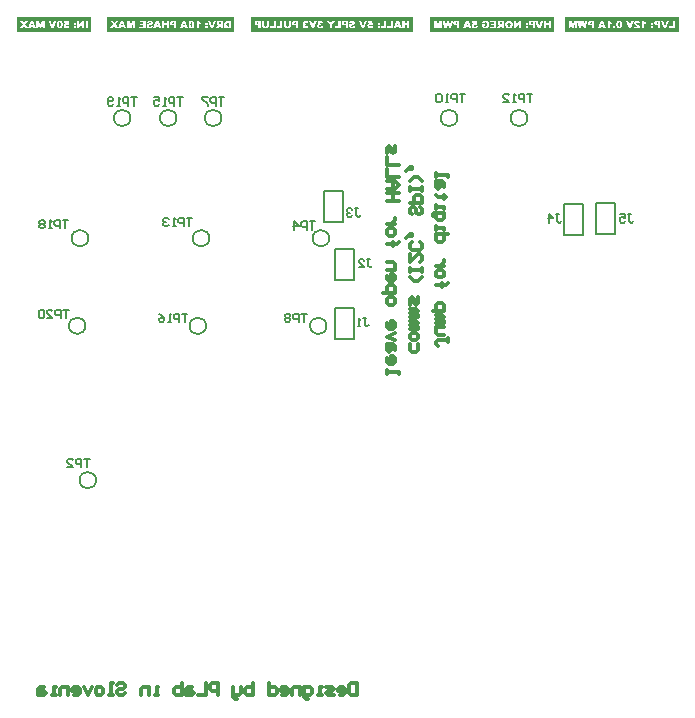
<source format=gbo>
G04*
G04 #@! TF.GenerationSoftware,Altium Limited,Altium Designer,24.0.1 (36)*
G04*
G04 Layer_Color=32896*
%FSLAX44Y44*%
%MOMM*%
G71*
G04*
G04 #@! TF.SameCoordinates,124752F4-CBEC-4B7B-B6B5-C58268B34DF0*
G04*
G04*
G04 #@! TF.FilePolarity,Positive*
G04*
G01*
G75*
%ADD10C,0.2000*%
%ADD13C,0.3000*%
%ADD17C,0.1600*%
%ADD18C,0.1500*%
G36*
X36000Y18000D02*
X-100883D01*
Y30290D01*
X36000D01*
Y18000D01*
D02*
G37*
G36*
X-115000D02*
X-222916D01*
Y30290D01*
X-115000D01*
Y18000D01*
D02*
G37*
G36*
X-236000D02*
X-299452D01*
Y30290D01*
X-236000D01*
Y18000D01*
D02*
G37*
G36*
X156000D02*
X51017D01*
Y30290D01*
X156000D01*
Y18000D01*
D02*
G37*
G36*
X261000D02*
X164981D01*
Y30290D01*
X261000D01*
Y18000D01*
D02*
G37*
%LPC*%
G36*
X-42389Y27290D02*
X-42506D01*
X-42589Y27282D01*
X-42681Y27273D01*
X-42797Y27265D01*
X-42922Y27257D01*
X-43056Y27232D01*
X-43339Y27182D01*
X-43630Y27098D01*
X-43764Y27048D01*
X-43897Y26990D01*
X-44014Y26923D01*
X-44122Y26840D01*
X-44130Y26832D01*
X-44147Y26823D01*
X-44172Y26799D01*
X-44205Y26765D01*
X-44247Y26715D01*
X-44289Y26665D01*
X-44338Y26607D01*
X-44388Y26540D01*
X-44489Y26374D01*
X-44572Y26190D01*
X-44605Y26082D01*
X-44630Y25974D01*
X-44647Y25857D01*
X-44655Y25732D01*
Y25724D01*
Y25715D01*
Y25665D01*
X-44647Y25590D01*
X-44630Y25491D01*
X-44605Y25382D01*
X-44563Y25266D01*
X-44514Y25141D01*
X-44439Y25016D01*
X-44430Y24999D01*
X-44397Y24966D01*
X-44347Y24899D01*
X-44272Y24824D01*
X-44180Y24741D01*
X-44072Y24649D01*
X-43939Y24549D01*
X-43780Y24457D01*
X-43797D01*
X-43839Y24441D01*
X-43905Y24424D01*
X-43980Y24399D01*
X-44064Y24374D01*
X-44155Y24341D01*
X-44247Y24299D01*
X-44322Y24258D01*
X-44338Y24249D01*
X-44372Y24224D01*
X-44422Y24183D01*
X-44497Y24124D01*
X-44572Y24049D01*
X-44647Y23966D01*
X-44722Y23866D01*
X-44788Y23758D01*
X-44797Y23741D01*
X-44813Y23708D01*
X-44847Y23641D01*
X-44880Y23558D01*
X-44905Y23449D01*
X-44938Y23324D01*
X-44955Y23183D01*
X-44963Y23033D01*
Y22941D01*
X-44955Y22891D01*
X-44947Y22841D01*
X-44930Y22708D01*
X-44897Y22550D01*
X-44847Y22375D01*
X-44772Y22191D01*
X-44680Y22008D01*
Y22000D01*
X-44663Y21983D01*
X-44655Y21958D01*
X-44630Y21925D01*
X-44563Y21841D01*
X-44480Y21733D01*
X-44363Y21616D01*
X-44230Y21491D01*
X-44064Y21367D01*
X-43880Y21258D01*
X-43872D01*
X-43855Y21250D01*
X-43830Y21233D01*
X-43789Y21217D01*
X-43730Y21200D01*
X-43672Y21175D01*
X-43597Y21150D01*
X-43514Y21133D01*
X-43422Y21108D01*
X-43314Y21083D01*
X-43197Y21058D01*
X-43081Y21042D01*
X-42947Y21025D01*
X-42806Y21008D01*
X-42506Y21000D01*
X-44963D01*
D01*
X-39931D01*
X-42372D01*
X-42297Y21008D01*
X-42214D01*
X-42131Y21017D01*
X-42031Y21025D01*
X-41823Y21050D01*
X-41598Y21083D01*
X-41381Y21125D01*
X-41189Y21192D01*
X-41181D01*
X-41173Y21200D01*
X-41148Y21208D01*
X-41114Y21225D01*
X-41023Y21275D01*
X-40914Y21333D01*
X-40789Y21416D01*
X-40656Y21508D01*
X-40523Y21625D01*
X-40398Y21758D01*
Y21766D01*
X-40381Y21775D01*
X-40364Y21800D01*
X-40348Y21825D01*
X-40290Y21908D01*
X-40223Y22025D01*
X-40148Y22158D01*
X-40073Y22325D01*
X-39998Y22508D01*
X-39931Y22708D01*
X-41623Y22933D01*
Y22924D01*
X-41631Y22908D01*
Y22883D01*
X-41639Y22850D01*
X-41664Y22758D01*
X-41698Y22658D01*
X-41739Y22533D01*
X-41797Y22416D01*
X-41856Y22316D01*
X-41931Y22225D01*
X-41939Y22216D01*
X-41972Y22191D01*
X-42014Y22166D01*
X-42072Y22133D01*
X-42156Y22091D01*
X-42247Y22066D01*
X-42347Y22041D01*
X-42464Y22033D01*
X-42522D01*
X-42581Y22050D01*
X-42664Y22066D01*
X-42756Y22091D01*
X-42847Y22133D01*
X-42939Y22191D01*
X-43031Y22275D01*
X-43039Y22283D01*
X-43064Y22325D01*
X-43106Y22375D01*
X-43147Y22450D01*
X-43189Y22550D01*
X-43231Y22658D01*
X-43256Y22791D01*
X-43264Y22941D01*
Y22950D01*
Y22958D01*
Y23008D01*
X-43256Y23091D01*
X-43239Y23183D01*
X-43205Y23291D01*
X-43172Y23399D01*
X-43114Y23508D01*
X-43039Y23599D01*
X-43031Y23608D01*
X-42997Y23633D01*
X-42947Y23674D01*
X-42881Y23716D01*
X-42797Y23758D01*
X-42697Y23799D01*
X-42581Y23824D01*
X-42447Y23833D01*
X-42414D01*
X-42364Y23824D01*
X-42306D01*
X-42231Y23808D01*
X-42131Y23791D01*
X-42031Y23766D01*
X-41906Y23733D01*
X-41989Y24941D01*
X-42014D01*
X-42039Y24932D01*
X-42072D01*
X-42139Y24924D01*
X-42264D01*
X-42322Y24932D01*
X-42397Y24949D01*
X-42489Y24974D01*
X-42581Y25016D01*
X-42672Y25066D01*
X-42764Y25132D01*
X-42772Y25141D01*
X-42797Y25166D01*
X-42839Y25215D01*
X-42881Y25274D01*
X-42914Y25349D01*
X-42955Y25432D01*
X-42980Y25524D01*
X-42989Y25632D01*
Y25640D01*
Y25682D01*
X-42980Y25732D01*
X-42972Y25790D01*
X-42947Y25857D01*
X-42922Y25932D01*
X-42881Y26007D01*
X-42822Y26074D01*
X-42814Y26082D01*
X-42789Y26099D01*
X-42756Y26124D01*
X-42706Y26157D01*
X-42639Y26190D01*
X-42556Y26215D01*
X-42464Y26232D01*
X-42364Y26240D01*
X-42314D01*
X-42256Y26232D01*
X-42189Y26215D01*
X-42114Y26199D01*
X-42031Y26165D01*
X-41947Y26115D01*
X-41873Y26057D01*
X-41864Y26049D01*
X-41839Y26024D01*
X-41814Y25974D01*
X-41772Y25907D01*
X-41731Y25824D01*
X-41689Y25715D01*
X-41656Y25582D01*
X-41623Y25424D01*
X-40023Y25707D01*
Y25715D01*
X-40031Y25740D01*
X-40048Y25782D01*
X-40065Y25832D01*
X-40081Y25899D01*
X-40115Y25974D01*
X-40190Y26140D01*
X-40290Y26332D01*
X-40423Y26523D01*
X-40589Y26715D01*
X-40681Y26799D01*
X-40781Y26882D01*
X-40789Y26890D01*
X-40806Y26898D01*
X-40839Y26923D01*
X-40889Y26948D01*
X-40948Y26973D01*
X-41014Y27015D01*
X-41098Y27048D01*
X-41198Y27090D01*
X-41306Y27123D01*
X-41423Y27165D01*
X-41556Y27198D01*
X-41706Y27223D01*
X-41856Y27257D01*
X-42022Y27273D01*
X-42197Y27282D01*
X-42389Y27290D01*
D02*
G37*
G36*
X-54678D02*
X-54794D01*
X-54878Y27282D01*
X-54969Y27273D01*
X-55086Y27265D01*
X-55211Y27257D01*
X-55344Y27232D01*
X-55627Y27182D01*
X-55919Y27098D01*
X-56052Y27048D01*
X-56185Y26990D01*
X-56302Y26923D01*
X-56410Y26840D01*
X-56419Y26832D01*
X-56435Y26823D01*
X-56460Y26799D01*
X-56494Y26765D01*
X-56535Y26715D01*
X-56577Y26665D01*
X-56627Y26607D01*
X-56677Y26540D01*
X-56777Y26374D01*
X-56860Y26190D01*
X-56894Y26082D01*
X-56919Y25974D01*
X-56935Y25857D01*
X-56944Y25732D01*
Y25724D01*
Y25715D01*
Y25665D01*
X-56935Y25590D01*
X-56919Y25491D01*
X-56894Y25382D01*
X-56852Y25266D01*
X-56802Y25141D01*
X-56727Y25016D01*
X-56719Y24999D01*
X-56685Y24966D01*
X-56635Y24899D01*
X-56560Y24824D01*
X-56469Y24741D01*
X-56360Y24649D01*
X-56227Y24549D01*
X-56069Y24457D01*
X-56086D01*
X-56127Y24441D01*
X-56194Y24424D01*
X-56269Y24399D01*
X-56352Y24374D01*
X-56444Y24341D01*
X-56535Y24299D01*
X-56610Y24258D01*
X-56627Y24249D01*
X-56660Y24224D01*
X-56710Y24183D01*
X-56785Y24124D01*
X-56860Y24049D01*
X-56935Y23966D01*
X-57010Y23866D01*
X-57077Y23758D01*
X-57085Y23741D01*
X-57102Y23708D01*
X-57135Y23641D01*
X-57169Y23558D01*
X-57194Y23449D01*
X-57227Y23324D01*
X-57243Y23183D01*
X-57252Y23033D01*
Y22941D01*
X-57243Y22891D01*
X-57235Y22841D01*
X-57219Y22708D01*
X-57185Y22550D01*
X-57135Y22375D01*
X-57060Y22191D01*
X-56969Y22008D01*
Y22000D01*
X-56952Y21983D01*
X-56944Y21958D01*
X-56919Y21925D01*
X-56852Y21841D01*
X-56769Y21733D01*
X-56652Y21616D01*
X-56519Y21491D01*
X-56352Y21367D01*
X-56169Y21258D01*
X-56160D01*
X-56144Y21250D01*
X-56119Y21233D01*
X-56077Y21217D01*
X-56019Y21200D01*
X-55960Y21175D01*
X-55886Y21150D01*
X-55802Y21133D01*
X-55711Y21108D01*
X-55602Y21083D01*
X-55486Y21058D01*
X-55369Y21042D01*
X-55236Y21025D01*
X-55094Y21008D01*
X-54794Y21000D01*
X-57252D01*
D01*
X-52220D01*
X-54661D01*
X-54586Y21008D01*
X-54503D01*
X-54419Y21017D01*
X-54319Y21025D01*
X-54111Y21050D01*
X-53886Y21083D01*
X-53670Y21125D01*
X-53478Y21192D01*
X-53470D01*
X-53461Y21200D01*
X-53436Y21208D01*
X-53403Y21225D01*
X-53311Y21275D01*
X-53203Y21333D01*
X-53078Y21416D01*
X-52945Y21508D01*
X-52811Y21625D01*
X-52686Y21758D01*
Y21766D01*
X-52670Y21775D01*
X-52653Y21800D01*
X-52636Y21825D01*
X-52578Y21908D01*
X-52511Y22025D01*
X-52436Y22158D01*
X-52361Y22325D01*
X-52287Y22508D01*
X-52220Y22708D01*
X-53911Y22933D01*
Y22924D01*
X-53919Y22908D01*
Y22883D01*
X-53928Y22850D01*
X-53953Y22758D01*
X-53986Y22658D01*
X-54028Y22533D01*
X-54086Y22416D01*
X-54144Y22316D01*
X-54219Y22225D01*
X-54228Y22216D01*
X-54261Y22191D01*
X-54303Y22166D01*
X-54361Y22133D01*
X-54444Y22091D01*
X-54536Y22066D01*
X-54636Y22041D01*
X-54752Y22033D01*
X-54811D01*
X-54869Y22050D01*
X-54953Y22066D01*
X-55044Y22091D01*
X-55136Y22133D01*
X-55227Y22191D01*
X-55319Y22275D01*
X-55327Y22283D01*
X-55352Y22325D01*
X-55394Y22375D01*
X-55436Y22450D01*
X-55477Y22550D01*
X-55519Y22658D01*
X-55544Y22791D01*
X-55552Y22941D01*
Y22950D01*
Y22958D01*
Y23008D01*
X-55544Y23091D01*
X-55527Y23183D01*
X-55494Y23291D01*
X-55461Y23399D01*
X-55402Y23508D01*
X-55327Y23599D01*
X-55319Y23608D01*
X-55286Y23633D01*
X-55236Y23674D01*
X-55169Y23716D01*
X-55086Y23758D01*
X-54986Y23799D01*
X-54869Y23824D01*
X-54736Y23833D01*
X-54703D01*
X-54653Y23824D01*
X-54594D01*
X-54519Y23808D01*
X-54419Y23791D01*
X-54319Y23766D01*
X-54194Y23733D01*
X-54278Y24941D01*
X-54303D01*
X-54328Y24932D01*
X-54361D01*
X-54428Y24924D01*
X-54553D01*
X-54611Y24932D01*
X-54686Y24949D01*
X-54777Y24974D01*
X-54869Y25016D01*
X-54961Y25066D01*
X-55052Y25132D01*
X-55061Y25141D01*
X-55086Y25166D01*
X-55127Y25215D01*
X-55169Y25274D01*
X-55202Y25349D01*
X-55244Y25432D01*
X-55269Y25524D01*
X-55277Y25632D01*
Y25640D01*
Y25682D01*
X-55269Y25732D01*
X-55261Y25790D01*
X-55236Y25857D01*
X-55211Y25932D01*
X-55169Y26007D01*
X-55111Y26074D01*
X-55102Y26082D01*
X-55077Y26099D01*
X-55044Y26124D01*
X-54994Y26157D01*
X-54928Y26190D01*
X-54844Y26215D01*
X-54752Y26232D01*
X-54653Y26240D01*
X-54603D01*
X-54544Y26232D01*
X-54478Y26215D01*
X-54403Y26199D01*
X-54319Y26165D01*
X-54236Y26115D01*
X-54161Y26057D01*
X-54153Y26049D01*
X-54128Y26024D01*
X-54103Y25974D01*
X-54061Y25907D01*
X-54019Y25824D01*
X-53978Y25715D01*
X-53944Y25582D01*
X-53911Y25424D01*
X-52312Y25707D01*
Y25715D01*
X-52320Y25740D01*
X-52337Y25782D01*
X-52353Y25832D01*
X-52370Y25899D01*
X-52403Y25974D01*
X-52478Y26140D01*
X-52578Y26332D01*
X-52711Y26523D01*
X-52878Y26715D01*
X-52970Y26799D01*
X-53070Y26882D01*
X-53078Y26890D01*
X-53095Y26898D01*
X-53128Y26923D01*
X-53178Y26948D01*
X-53236Y26973D01*
X-53303Y27015D01*
X-53386Y27048D01*
X-53486Y27090D01*
X-53594Y27123D01*
X-53711Y27165D01*
X-53844Y27198D01*
X-53994Y27223D01*
X-54144Y27257D01*
X-54311Y27273D01*
X-54486Y27282D01*
X-54678Y27290D01*
D02*
G37*
G36*
X-61051Y27190D02*
X-64275D01*
X-64342Y27182D01*
X-64425Y27173D01*
X-64525Y27165D01*
X-64633Y27148D01*
X-64750Y27132D01*
X-64992Y27073D01*
X-65125Y27032D01*
X-65250Y26982D01*
X-65367Y26923D01*
X-65491Y26865D01*
X-65600Y26782D01*
X-65700Y26699D01*
X-65708Y26690D01*
X-65725Y26674D01*
X-65750Y26648D01*
X-65783Y26607D01*
X-65816Y26557D01*
X-65866Y26499D01*
X-65908Y26424D01*
X-65958Y26349D01*
X-66008Y26249D01*
X-66050Y26149D01*
X-66100Y26032D01*
X-66133Y25915D01*
X-66166Y25774D01*
X-66191Y25632D01*
X-66208Y25482D01*
X-66216Y25315D01*
Y25357D01*
Y25315D01*
Y25224D01*
X-66208Y25166D01*
X-66200Y25082D01*
X-66183Y24999D01*
X-66166Y24899D01*
X-66150Y24791D01*
X-66083Y24557D01*
X-66033Y24441D01*
X-65983Y24316D01*
X-65916Y24199D01*
X-65841Y24083D01*
X-65758Y23974D01*
X-65658Y23874D01*
X-65650Y23866D01*
X-65633Y23849D01*
X-65600Y23824D01*
X-65558Y23791D01*
X-65500Y23758D01*
X-65425Y23708D01*
X-65342Y23666D01*
X-65241Y23616D01*
X-65125Y23566D01*
X-65000Y23524D01*
X-64867Y23474D01*
X-64717Y23441D01*
X-64550Y23408D01*
X-64367Y23383D01*
X-64175Y23366D01*
X-63967Y23358D01*
X-62942D01*
Y21100D01*
X-66216D01*
D01*
X-61051D01*
Y27190D01*
D02*
G37*
G36*
X-92718D02*
X-97883D01*
X-95942D01*
X-96009Y27182D01*
X-96092Y27173D01*
X-96192Y27165D01*
X-96300Y27148D01*
X-96417Y27132D01*
X-96658Y27073D01*
X-96792Y27032D01*
X-96917Y26982D01*
X-97033Y26923D01*
X-97158Y26865D01*
X-97267Y26782D01*
X-97367Y26699D01*
X-97375Y26690D01*
X-97392Y26674D01*
X-97417Y26648D01*
X-97450Y26607D01*
X-97483Y26557D01*
X-97533Y26499D01*
X-97575Y26424D01*
X-97625Y26349D01*
X-97675Y26249D01*
X-97717Y26149D01*
X-97767Y26032D01*
X-97800Y25915D01*
X-97833Y25774D01*
X-97858Y25632D01*
X-97875Y25482D01*
X-97883Y25315D01*
Y25374D01*
Y25224D01*
X-97875Y25166D01*
X-97866Y25082D01*
X-97850Y24999D01*
X-97833Y24899D01*
X-97816Y24791D01*
X-97750Y24557D01*
X-97700Y24441D01*
X-97650Y24316D01*
X-97583Y24199D01*
X-97508Y24083D01*
X-97425Y23974D01*
X-97325Y23874D01*
X-97317Y23866D01*
X-97300Y23849D01*
X-97267Y23824D01*
X-97225Y23791D01*
X-97167Y23758D01*
X-97092Y23708D01*
X-97008Y23666D01*
X-96908Y23616D01*
X-96792Y23566D01*
X-96667Y23524D01*
X-96533Y23474D01*
X-96383Y23441D01*
X-96217Y23408D01*
X-96034Y23383D01*
X-95842Y23366D01*
X-95634Y23358D01*
X-94609D01*
Y21100D01*
X-92718D01*
Y27190D01*
D02*
G37*
G36*
X-30184Y27190D02*
X-33496D01*
X-32267D01*
X-33500Y25141D01*
X-34724Y27190D01*
X-36807D01*
X-34441Y23649D01*
Y21100D01*
X-30184D01*
X-32558D01*
Y23649D01*
X-30184Y27190D01*
D02*
G37*
G36*
X33000D02*
X31117D01*
Y25057D01*
X29059D01*
Y27190D01*
X27168D01*
Y21100D01*
X33000D01*
Y27190D01*
D02*
G37*
G36*
X1883D02*
X-2141D01*
Y25840D01*
X592D01*
X733Y24924D01*
X717Y24932D01*
X683Y24949D01*
X625Y24974D01*
X558Y24999D01*
X475Y25032D01*
X375Y25066D01*
X175Y25124D01*
X158D01*
X125Y25132D01*
X75Y25149D01*
X0Y25157D01*
X-83Y25174D01*
X-175Y25182D01*
X-375Y25191D01*
X-466D01*
X-525Y25182D01*
X-608Y25174D01*
X-691Y25157D01*
X-791Y25141D01*
X-908Y25124D01*
X-1141Y25057D01*
X-1266Y25007D01*
X-1391Y24957D01*
X-1508Y24891D01*
X-1633Y24816D01*
X-1749Y24732D01*
X-1858Y24632D01*
X-1866Y24624D01*
X-1883Y24607D01*
X-1908Y24574D01*
X-1949Y24532D01*
X-1991Y24482D01*
X-2041Y24416D01*
X-2091Y24341D01*
X-2149Y24249D01*
X-2199Y24158D01*
X-2249Y24049D01*
X-2299Y23941D01*
X-2341Y23816D01*
X-2383Y23683D01*
X-2408Y23541D01*
X-2424Y23399D01*
X-2433Y23241D01*
Y23183D01*
X-2424Y23141D01*
Y23091D01*
X-2416Y23024D01*
X-2399Y22883D01*
X-2358Y22708D01*
X-2308Y22516D01*
X-2233Y22316D01*
X-2133Y22108D01*
Y22100D01*
X-2116Y22083D01*
X-2099Y22058D01*
X-2083Y22016D01*
X-2016Y21925D01*
X-1916Y21800D01*
X-1799Y21667D01*
X-1658Y21533D01*
X-1491Y21400D01*
X-1300Y21283D01*
X-1291D01*
X-1275Y21275D01*
X-1241Y21258D01*
X-1200Y21242D01*
X-1150Y21217D01*
X-1083Y21192D01*
X-1016Y21167D01*
X-925Y21142D01*
X-833Y21117D01*
X-733Y21092D01*
X-616Y21067D01*
X-491Y21042D01*
X-366Y21025D01*
X-225Y21008D01*
X75Y21000D01*
X-2433D01*
D01*
X2633D01*
X225D01*
X283Y21008D01*
X425Y21017D01*
X592Y21025D01*
X767Y21050D01*
X942Y21075D01*
X1108Y21108D01*
X1116D01*
X1125Y21117D01*
X1150Y21125D01*
X1183Y21133D01*
X1258Y21158D01*
X1358Y21192D01*
X1475Y21242D01*
X1600Y21300D01*
X1725Y21375D01*
X1841Y21450D01*
X1858Y21458D01*
X1891Y21491D01*
X1950Y21533D01*
X2016Y21600D01*
X2091Y21675D01*
X2175Y21758D01*
X2258Y21858D01*
X2333Y21958D01*
X2341Y21975D01*
X2366Y22008D01*
X2400Y22075D01*
X2441Y22158D01*
X2483Y22258D01*
X2533Y22383D01*
X2583Y22525D01*
X2633Y22675D01*
X925Y22866D01*
Y22858D01*
Y22850D01*
X908Y22799D01*
X892Y22724D01*
X867Y22633D01*
X833Y22533D01*
X783Y22425D01*
X717Y22325D01*
X642Y22241D01*
X633Y22233D01*
X600Y22208D01*
X550Y22175D01*
X483Y22141D01*
X408Y22100D01*
X308Y22066D01*
X208Y22041D01*
X92Y22033D01*
X75D01*
X33Y22041D01*
X-33Y22050D01*
X-116Y22066D01*
X-208Y22100D01*
X-308Y22150D01*
X-408Y22208D01*
X-500Y22300D01*
X-508Y22316D01*
X-533Y22350D01*
X-575Y22408D01*
X-616Y22500D01*
X-658Y22608D01*
X-700Y22750D01*
X-725Y22908D01*
X-733Y23091D01*
Y23099D01*
Y23116D01*
Y23141D01*
Y23183D01*
X-725Y23274D01*
X-700Y23391D01*
X-675Y23524D01*
X-633Y23658D01*
X-575Y23774D01*
X-491Y23883D01*
X-483Y23891D01*
X-450Y23924D01*
X-400Y23966D01*
X-325Y24016D01*
X-242Y24058D01*
X-133Y24099D01*
X-8Y24132D01*
X125Y24141D01*
X167D01*
X217Y24132D01*
X275Y24124D01*
X350Y24107D01*
X433Y24091D01*
X517Y24058D01*
X600Y24016D01*
X608D01*
X633Y23999D01*
X667Y23974D01*
X717Y23949D01*
X767Y23899D01*
X833Y23849D01*
X908Y23783D01*
X983Y23699D01*
X2416Y23908D01*
X1883Y27190D01*
D02*
G37*
G36*
X8065Y25507D02*
X6257D01*
Y23474D01*
Y23816D01*
X8065D01*
Y25507D01*
D02*
G37*
G36*
X-2791Y27190D02*
X-4757D01*
X-6123Y22799D01*
X-7473Y27190D01*
X-9389D01*
X-7123Y21100D01*
X-9389D01*
D01*
X-2791D01*
D01*
X-5082D01*
X-2791Y27190D01*
D02*
G37*
G36*
X-45330Y27190D02*
X-47296D01*
X-48662Y22799D01*
X-50012Y27190D01*
X-48319D01*
X-51928D01*
X-49662Y21100D01*
X-47621D01*
X-45330Y27190D01*
D02*
G37*
G36*
X8065Y23474D02*
Y22791D01*
X6257D01*
Y22799D01*
Y21100D01*
X8065D01*
Y23474D01*
D02*
G37*
G36*
X13630Y27190D02*
X11747D01*
Y22600D01*
X8814D01*
D01*
Y21100D01*
X13630D01*
Y27190D01*
D02*
G37*
G36*
X-25127D02*
X-29942D01*
X-27010D01*
Y22600D01*
X-29942D01*
Y22650D01*
Y21100D01*
X-25127D01*
Y27190D01*
D02*
G37*
G36*
X-74289Y27190D02*
X-76172D01*
Y22599D01*
X-79105D01*
Y22600D01*
Y21100D01*
X-74289D01*
Y27190D01*
D02*
G37*
G36*
X-79963D02*
X-81846D01*
Y22599D01*
X-84778D01*
Y22600D01*
Y21100D01*
X-79963D01*
Y27190D01*
D02*
G37*
G36*
X-67199D02*
X-69074D01*
Y23474D01*
Y23466D01*
Y23449D01*
Y23424D01*
X-69082Y23391D01*
X-69090Y23308D01*
X-69107Y23191D01*
X-69141Y23066D01*
X-69191Y22941D01*
X-69257Y22816D01*
X-69349Y22699D01*
X-69365Y22691D01*
X-69399Y22658D01*
X-69465Y22616D01*
X-69549Y22566D01*
X-69657Y22508D01*
X-69790Y22466D01*
X-69940Y22433D01*
X-70115Y22425D01*
X-70165D01*
X-70199Y22433D01*
X-70282Y22441D01*
X-70399Y22458D01*
X-70515Y22491D01*
X-70648Y22541D01*
X-70773Y22608D01*
X-70882Y22699D01*
X-70890Y22716D01*
X-70923Y22750D01*
X-70973Y22816D01*
X-71023Y22899D01*
X-71073Y23008D01*
X-71123Y23141D01*
X-71157Y23299D01*
X-71165Y23474D01*
Y27190D01*
X-73039D01*
Y23466D01*
X-73031Y23416D01*
Y23366D01*
X-73014Y23233D01*
X-72998Y23074D01*
X-72965Y22908D01*
X-72923Y22724D01*
X-72864Y22541D01*
Y22533D01*
X-72856Y22516D01*
X-72848Y22491D01*
X-72831Y22458D01*
X-72790Y22366D01*
X-72740Y22258D01*
X-72665Y22125D01*
X-72573Y21983D01*
X-72465Y21841D01*
X-72340Y21700D01*
X-72323Y21683D01*
X-72281Y21641D01*
X-72206Y21583D01*
X-72115Y21500D01*
X-71998Y21416D01*
X-71873Y21342D01*
X-71732Y21258D01*
X-71582Y21200D01*
X-71573D01*
X-71557Y21192D01*
X-71523Y21183D01*
X-71482Y21167D01*
X-71432Y21150D01*
X-71373Y21133D01*
X-71298Y21117D01*
X-71215Y21100D01*
X-71123Y21083D01*
X-71023Y21067D01*
X-70798Y21033D01*
X-70549Y21008D01*
X-70265Y21000D01*
X-73039D01*
D01*
X-67199D01*
Y27190D01*
D02*
G37*
G36*
X-85636D02*
X-87511D01*
Y23474D01*
Y23466D01*
Y23449D01*
Y23424D01*
X-87519Y23391D01*
X-87528Y23308D01*
X-87544Y23191D01*
X-87577Y23066D01*
X-87627Y22941D01*
X-87694Y22816D01*
X-87786Y22699D01*
X-87802Y22691D01*
X-87836Y22658D01*
X-87902Y22616D01*
X-87986Y22566D01*
X-88094Y22508D01*
X-88227Y22466D01*
X-88377Y22433D01*
X-88552Y22425D01*
X-88602D01*
X-88636Y22433D01*
X-88719Y22441D01*
X-88835Y22458D01*
X-88952Y22491D01*
X-89085Y22541D01*
X-89210Y22608D01*
X-89319Y22699D01*
X-89327Y22716D01*
X-89360Y22750D01*
X-89410Y22816D01*
X-89460Y22899D01*
X-89510Y23008D01*
X-89560Y23141D01*
X-89594Y23299D01*
X-89602Y23474D01*
Y27190D01*
X-91476D01*
Y23466D01*
X-91468Y23416D01*
Y23366D01*
X-91452Y23233D01*
X-91435Y23074D01*
X-91402Y22908D01*
X-91360Y22724D01*
X-91301Y22541D01*
Y22533D01*
X-91293Y22516D01*
X-91285Y22491D01*
X-91268Y22458D01*
X-91227Y22366D01*
X-91177Y22258D01*
X-91102Y22125D01*
X-91010Y21983D01*
X-90902Y21841D01*
X-90777Y21700D01*
X-90760Y21683D01*
X-90718Y21641D01*
X-90643Y21583D01*
X-90552Y21500D01*
X-90435Y21416D01*
X-90310Y21342D01*
X-90169Y21258D01*
X-90019Y21200D01*
X-90010D01*
X-89993Y21192D01*
X-89960Y21183D01*
X-89918Y21167D01*
X-89868Y21150D01*
X-89810Y21133D01*
X-89735Y21117D01*
X-89652Y21100D01*
X-89560Y21083D01*
X-89460Y21067D01*
X-89235Y21033D01*
X-88985Y21008D01*
X-88702Y21000D01*
X-91476D01*
D01*
X-85636D01*
Y27190D01*
D02*
G37*
G36*
X26535Y27190D02*
X22186D01*
X19903Y21100D01*
X21878D01*
X22178Y22108D01*
X24319D01*
X24619Y21100D01*
X26535D01*
X24252Y27190D01*
X26535D01*
D02*
G37*
G36*
X19303D02*
X14488D01*
X17421D01*
Y22600D01*
X14488D01*
Y21100D01*
X19303D01*
Y27190D01*
D02*
G37*
G36*
X-18978D02*
X-24144D01*
X-22202D01*
X-22269Y27182D01*
X-22352Y27173D01*
X-22452Y27165D01*
X-22561Y27148D01*
X-22677Y27132D01*
X-22919Y27073D01*
X-23052Y27032D01*
X-23177Y26982D01*
X-23294Y26923D01*
X-23419Y26865D01*
X-23527Y26782D01*
X-23627Y26699D01*
X-23635Y26690D01*
X-23652Y26674D01*
X-23677Y26648D01*
X-23710Y26607D01*
X-23744Y26557D01*
X-23794Y26499D01*
X-23835Y26424D01*
X-23885Y26349D01*
X-23935Y26249D01*
X-23977Y26149D01*
X-24027Y26032D01*
X-24060Y25915D01*
X-24094Y25774D01*
X-24119Y25632D01*
X-24135Y25482D01*
X-24144Y25315D01*
Y25224D01*
X-24135Y25166D01*
X-24127Y25082D01*
X-24110Y24999D01*
X-24094Y24899D01*
X-24077Y24791D01*
X-24010Y24557D01*
X-23960Y24441D01*
X-23910Y24316D01*
X-23844Y24199D01*
X-23769Y24083D01*
X-23686Y23974D01*
X-23586Y23874D01*
X-23577Y23866D01*
X-23561Y23849D01*
X-23527Y23824D01*
X-23486Y23791D01*
X-23427Y23758D01*
X-23352Y23708D01*
X-23269Y23666D01*
X-23169Y23616D01*
X-23052Y23566D01*
X-22927Y23524D01*
X-22794Y23474D01*
X-22644Y23441D01*
X-22478Y23408D01*
X-22294Y23383D01*
X-22102Y23366D01*
X-21894Y23358D01*
X-20870D01*
Y21100D01*
X-18978D01*
Y27190D01*
D02*
G37*
G36*
X-34491Y21100D02*
X-36807D01*
D01*
X-34491D01*
D02*
G37*
G36*
X-15154Y27290D02*
X-15438D01*
X-15521Y27282D01*
X-15621Y27273D01*
X-15729Y27265D01*
X-15854Y27257D01*
X-15987Y27232D01*
X-16279Y27182D01*
X-16571Y27107D01*
X-16712Y27057D01*
X-16854Y26998D01*
X-16987Y26923D01*
X-17104Y26848D01*
X-17112Y26840D01*
X-17129Y26832D01*
X-17162Y26799D01*
X-17204Y26765D01*
X-17254Y26723D01*
X-17304Y26665D01*
X-17362Y26590D01*
X-17429Y26515D01*
X-17487Y26424D01*
X-17554Y26324D01*
X-17612Y26207D01*
X-17670Y26082D01*
X-17729Y25949D01*
X-17770Y25807D01*
X-17812Y25649D01*
X-17837Y25474D01*
X-16062Y25374D01*
Y25382D01*
Y25391D01*
X-16046Y25440D01*
X-16029Y25515D01*
X-15996Y25599D01*
X-15954Y25699D01*
X-15904Y25799D01*
X-15838Y25890D01*
X-15762Y25965D01*
X-15754Y25974D01*
X-15721Y25999D01*
X-15671Y26024D01*
X-15604Y26065D01*
X-15513Y26099D01*
X-15404Y26124D01*
X-15279Y26149D01*
X-15138Y26157D01*
X-15088D01*
X-15029Y26149D01*
X-14954Y26140D01*
X-14871Y26124D01*
X-14796Y26099D01*
X-14713Y26065D01*
X-14646Y26015D01*
X-14638Y26007D01*
X-14621Y25990D01*
X-14596Y25957D01*
X-14571Y25924D01*
X-14538Y25874D01*
X-14513Y25815D01*
X-14496Y25749D01*
X-14488Y25674D01*
Y25666D01*
Y25649D01*
X-14496Y25624D01*
X-14504Y25591D01*
X-14521Y25549D01*
X-14546Y25507D01*
X-14579Y25457D01*
X-14621Y25415D01*
X-14629Y25407D01*
X-14646Y25399D01*
X-14688Y25374D01*
X-14746Y25340D01*
X-14829Y25307D01*
X-14938Y25274D01*
X-15079Y25232D01*
X-15154Y25207D01*
X-15246Y25191D01*
X-15263D01*
X-15304Y25182D01*
X-15363Y25166D01*
X-15446Y25149D01*
X-15546Y25124D01*
X-15662Y25091D01*
X-15796Y25057D01*
X-15929Y25024D01*
X-16221Y24941D01*
X-16512Y24849D01*
X-16654Y24799D01*
X-16787Y24749D01*
X-16904Y24699D01*
X-17012Y24649D01*
X-17020D01*
X-17037Y24641D01*
X-17062Y24624D01*
X-17096Y24599D01*
X-17196Y24541D01*
X-17312Y24466D01*
X-17437Y24366D01*
X-17562Y24249D01*
X-17687Y24124D01*
X-17787Y23974D01*
Y23966D01*
X-17795Y23958D01*
X-17812Y23933D01*
X-17829Y23908D01*
X-17870Y23824D01*
X-17912Y23716D01*
X-17962Y23583D01*
X-17995Y23433D01*
X-18029Y23266D01*
X-18037Y23083D01*
Y23024D01*
X-18029Y22983D01*
Y22933D01*
X-18020Y22866D01*
X-17995Y22724D01*
X-17962Y22558D01*
X-17904Y22375D01*
X-17820Y22191D01*
X-17712Y22000D01*
Y21991D01*
X-17695Y21975D01*
X-17679Y21950D01*
X-17654Y21916D01*
X-17579Y21833D01*
X-17479Y21725D01*
X-17345Y21600D01*
X-17196Y21475D01*
X-17012Y21358D01*
X-16804Y21250D01*
X-16796D01*
X-16779Y21242D01*
X-16746Y21225D01*
X-16696Y21208D01*
X-16646Y21192D01*
X-16571Y21175D01*
X-16496Y21150D01*
X-16404Y21125D01*
X-16304Y21100D01*
X-16187Y21083D01*
X-16071Y21058D01*
X-15938Y21042D01*
X-15804Y21025D01*
X-15654Y21008D01*
X-15338Y21000D01*
X-12522D01*
X-15188D01*
X-15088Y21008D01*
X-14963Y21017D01*
X-14813Y21033D01*
X-14655Y21050D01*
X-14488Y21075D01*
X-14313Y21108D01*
X-14130Y21142D01*
X-13955Y21192D01*
X-13780Y21250D01*
X-13613Y21317D01*
X-13455Y21400D01*
X-13313Y21491D01*
X-13188Y21591D01*
X-13180Y21600D01*
X-13163Y21616D01*
X-13130Y21650D01*
X-13096Y21700D01*
X-13046Y21758D01*
X-12996Y21833D01*
X-12938Y21916D01*
X-12880Y22008D01*
X-12822Y22116D01*
X-12763Y22225D01*
X-12713Y22350D01*
X-12655Y22491D01*
X-12613Y22633D01*
X-12572Y22783D01*
X-12538Y22950D01*
X-12522Y23116D01*
X-14313Y23233D01*
Y23224D01*
Y23216D01*
X-14321Y23191D01*
Y23158D01*
X-14338Y23083D01*
X-14363Y22983D01*
X-14396Y22875D01*
X-14430Y22766D01*
X-14488Y22658D01*
X-14546Y22566D01*
X-14563Y22550D01*
X-14605Y22508D01*
X-14663Y22450D01*
X-14763Y22383D01*
X-14879Y22316D01*
X-15021Y22258D01*
X-15179Y22216D01*
X-15271Y22208D01*
X-15371Y22200D01*
X-15438D01*
X-15513Y22208D01*
X-15596Y22225D01*
X-15696Y22241D01*
X-15804Y22275D01*
X-15896Y22325D01*
X-15987Y22383D01*
X-15996Y22391D01*
X-16021Y22416D01*
X-16062Y22458D01*
X-16104Y22508D01*
X-16137Y22575D01*
X-16179Y22650D01*
X-16204Y22733D01*
X-16212Y22824D01*
Y22833D01*
Y22866D01*
X-16204Y22908D01*
X-16187Y22966D01*
X-16162Y23033D01*
X-16121Y23099D01*
X-16071Y23174D01*
X-16004Y23241D01*
X-15996Y23249D01*
X-15963Y23274D01*
X-15896Y23308D01*
X-15854Y23333D01*
X-15804Y23358D01*
X-15746Y23383D01*
X-15679Y23416D01*
X-15596Y23441D01*
X-15513Y23474D01*
X-15413Y23508D01*
X-15296Y23533D01*
X-15171Y23566D01*
X-15038Y23599D01*
X-15021D01*
X-14988Y23616D01*
X-14921Y23624D01*
X-14838Y23649D01*
X-14738Y23674D01*
X-14621Y23708D01*
X-14488Y23749D01*
X-14354Y23791D01*
X-14063Y23899D01*
X-13771Y24024D01*
X-13630Y24091D01*
X-13505Y24166D01*
X-13380Y24249D01*
X-13271Y24332D01*
X-13263Y24341D01*
X-13247Y24358D01*
X-13221Y24383D01*
X-13188Y24416D01*
X-13147Y24457D01*
X-13105Y24516D01*
X-13055Y24582D01*
X-13013Y24649D01*
X-12963Y24732D01*
X-12913Y24824D01*
X-12830Y25024D01*
X-12797Y25132D01*
X-12772Y25249D01*
X-12755Y25374D01*
X-12747Y25507D01*
Y25515D01*
Y25532D01*
Y25557D01*
X-12755Y25591D01*
X-12763Y25674D01*
X-12780Y25790D01*
X-12813Y25932D01*
X-12863Y26074D01*
X-12922Y26232D01*
X-13013Y26390D01*
Y26399D01*
X-13030Y26407D01*
X-13063Y26457D01*
X-13130Y26532D01*
X-13221Y26632D01*
X-13330Y26732D01*
X-13471Y26840D01*
X-13638Y26948D01*
X-13830Y27048D01*
X-13838D01*
X-13855Y27057D01*
X-13888Y27073D01*
X-13930Y27090D01*
X-13988Y27107D01*
X-14055Y27123D01*
X-14130Y27148D01*
X-14221Y27173D01*
X-14321Y27190D01*
X-14438Y27215D01*
X-14563Y27232D01*
X-14696Y27257D01*
X-14838Y27265D01*
X-14996Y27282D01*
X-15154Y27290D01*
D02*
G37*
%LPD*%
G36*
X-62942Y24591D02*
X-63492D01*
X-63584Y24599D01*
X-63700Y24616D01*
X-63825Y24632D01*
X-63950Y24666D01*
X-64067Y24716D01*
X-64158Y24774D01*
X-64167Y24782D01*
X-64192Y24807D01*
X-64233Y24849D01*
X-64275Y24907D01*
X-64308Y24974D01*
X-64350Y25057D01*
X-64375Y25149D01*
X-64383Y25257D01*
Y25274D01*
Y25307D01*
X-64375Y25357D01*
X-64358Y25432D01*
X-64333Y25507D01*
X-64300Y25590D01*
X-64258Y25674D01*
X-64192Y25749D01*
X-64183Y25757D01*
X-64150Y25782D01*
X-64100Y25815D01*
X-64033Y25849D01*
X-63934Y25882D01*
X-63808Y25915D01*
X-63659Y25940D01*
X-63475Y25949D01*
X-62942D01*
Y24591D01*
D02*
G37*
G36*
X-94609D02*
X-95159D01*
X-95251Y24599D01*
X-95367Y24616D01*
X-95492Y24632D01*
X-95617Y24666D01*
X-95734Y24716D01*
X-95825Y24774D01*
X-95834Y24782D01*
X-95859Y24807D01*
X-95900Y24849D01*
X-95942Y24907D01*
X-95975Y24974D01*
X-96017Y25057D01*
X-96042Y25149D01*
X-96050Y25257D01*
Y25274D01*
Y25307D01*
X-96042Y25357D01*
X-96025Y25432D01*
X-96000Y25507D01*
X-95967Y25590D01*
X-95925Y25674D01*
X-95859Y25749D01*
X-95850Y25757D01*
X-95817Y25782D01*
X-95767Y25815D01*
X-95700Y25849D01*
X-95600Y25882D01*
X-95475Y25915D01*
X-95325Y25940D01*
X-95142Y25949D01*
X-94609D01*
Y24591D01*
D02*
G37*
G36*
X31117Y21100D02*
X29059D01*
Y23566D01*
X31117D01*
Y21100D01*
D02*
G37*
G36*
X-67199Y21000D02*
X-70099D01*
X-69982Y21008D01*
X-69832Y21017D01*
X-69674Y21025D01*
X-69490Y21042D01*
X-69299Y21058D01*
X-69274D01*
X-69249Y21067D01*
X-69215D01*
X-69116Y21083D01*
X-68991Y21108D01*
X-68849Y21142D01*
X-68707Y21183D01*
X-68557Y21233D01*
X-68416Y21300D01*
X-68399Y21308D01*
X-68357Y21333D01*
X-68291Y21375D01*
X-68207Y21442D01*
X-68107Y21516D01*
X-67991Y21600D01*
X-67882Y21708D01*
X-67766Y21825D01*
X-67758Y21841D01*
X-67716Y21883D01*
X-67666Y21950D01*
X-67608Y22041D01*
X-67541Y22150D01*
X-67474Y22266D01*
X-67416Y22400D01*
X-67366Y22533D01*
Y22541D01*
X-67358Y22558D01*
X-67349Y22591D01*
X-67341Y22633D01*
X-67324Y22683D01*
X-67316Y22741D01*
X-67283Y22875D01*
X-67249Y23033D01*
X-67224Y23208D01*
X-67208Y23383D01*
X-67199Y23558D01*
Y21000D01*
D02*
G37*
G36*
X-85636D02*
X-88535D01*
X-88419Y21008D01*
X-88269Y21017D01*
X-88111Y21025D01*
X-87927Y21042D01*
X-87736Y21058D01*
X-87711D01*
X-87686Y21067D01*
X-87652D01*
X-87552Y21083D01*
X-87428Y21108D01*
X-87286Y21142D01*
X-87144Y21183D01*
X-86994Y21233D01*
X-86853Y21300D01*
X-86836Y21308D01*
X-86794Y21333D01*
X-86728Y21375D01*
X-86644Y21442D01*
X-86544Y21516D01*
X-86428Y21600D01*
X-86319Y21708D01*
X-86203Y21825D01*
X-86194Y21841D01*
X-86153Y21883D01*
X-86103Y21950D01*
X-86045Y22041D01*
X-85978Y22150D01*
X-85911Y22266D01*
X-85853Y22400D01*
X-85803Y22533D01*
Y22541D01*
X-85795Y22558D01*
X-85786Y22591D01*
X-85778Y22633D01*
X-85761Y22683D01*
X-85753Y22741D01*
X-85720Y22875D01*
X-85686Y23033D01*
X-85661Y23208D01*
X-85645Y23383D01*
X-85636Y23558D01*
Y21000D01*
D02*
G37*
G36*
X23911Y23424D02*
X22569D01*
X23244Y25607D01*
X23911Y23424D01*
D02*
G37*
G36*
X-20870Y24591D02*
X-21419D01*
X-21511Y24599D01*
X-21628Y24616D01*
X-21753Y24632D01*
X-21878Y24666D01*
X-21994Y24716D01*
X-22086Y24774D01*
X-22094Y24782D01*
X-22119Y24807D01*
X-22161Y24849D01*
X-22202Y24907D01*
X-22236Y24974D01*
X-22278Y25057D01*
X-22302Y25149D01*
X-22311Y25257D01*
Y25274D01*
Y25307D01*
X-22302Y25357D01*
X-22286Y25432D01*
X-22261Y25507D01*
X-22227Y25591D01*
X-22186Y25674D01*
X-22119Y25749D01*
X-22111Y25757D01*
X-22078Y25782D01*
X-22028Y25815D01*
X-21961Y25849D01*
X-21861Y25882D01*
X-21736Y25915D01*
X-21586Y25940D01*
X-21403Y25949D01*
X-20870D01*
Y24591D01*
D02*
G37*
%LPC*%
G36*
X-170445Y27190D02*
X-172328D01*
Y25057D01*
X-174386D01*
Y27190D01*
X-176277D01*
Y21100D01*
X-170445D01*
Y27190D01*
D02*
G37*
G36*
X-148892Y27290D02*
X-153866D01*
D01*
X-151516D01*
X-151575Y27282D01*
X-151633D01*
X-151775Y27273D01*
X-151933Y27248D01*
X-152100Y27223D01*
X-152266Y27182D01*
X-152424Y27132D01*
X-152433D01*
X-152441Y27123D01*
X-152491Y27107D01*
X-152558Y27073D01*
X-152649Y27023D01*
X-152749Y26974D01*
X-152858Y26907D01*
X-152966Y26823D01*
X-153066Y26740D01*
X-153074Y26732D01*
X-153108Y26699D01*
X-153149Y26648D01*
X-153208Y26590D01*
X-153274Y26507D01*
X-153341Y26424D01*
X-153399Y26332D01*
X-153458Y26232D01*
X-153466Y26224D01*
X-153483Y26182D01*
X-153508Y26132D01*
X-153541Y26057D01*
X-153582Y25965D01*
X-153616Y25857D01*
X-153658Y25740D01*
X-153691Y25607D01*
Y25599D01*
X-153699Y25574D01*
X-153708Y25540D01*
X-153716Y25491D01*
X-153733Y25424D01*
X-153749Y25349D01*
X-153766Y25266D01*
X-153783Y25174D01*
X-153791Y25074D01*
X-153807Y24957D01*
X-153841Y24716D01*
X-153857Y24457D01*
X-153866Y24183D01*
Y24232D01*
Y21000D01*
Y24024D01*
X-153857Y23916D01*
X-153849Y23774D01*
X-153833Y23624D01*
X-153816Y23449D01*
X-153799Y23266D01*
X-153766Y23066D01*
X-153724Y22866D01*
X-153682Y22666D01*
X-153624Y22466D01*
X-153566Y22275D01*
X-153483Y22091D01*
X-153399Y21916D01*
X-153299Y21767D01*
X-153291Y21758D01*
X-153274Y21733D01*
X-153241Y21700D01*
X-153191Y21650D01*
X-153124Y21591D01*
X-153049Y21525D01*
X-152958Y21458D01*
X-152849Y21383D01*
X-152724Y21308D01*
X-152583Y21242D01*
X-152424Y21175D01*
X-152250Y21117D01*
X-152058Y21075D01*
X-151850Y21033D01*
X-151625Y21008D01*
X-151375Y21000D01*
X-151250D01*
X-151183Y21008D01*
X-151108Y21017D01*
X-151017D01*
X-150925Y21033D01*
X-150733Y21058D01*
X-150525Y21100D01*
X-150317Y21158D01*
X-150125Y21242D01*
X-150117D01*
X-150108Y21250D01*
X-150083Y21267D01*
X-150050Y21283D01*
X-149958Y21342D01*
X-149850Y21425D01*
X-149733Y21525D01*
X-149600Y21650D01*
X-149475Y21791D01*
X-149350Y21958D01*
X-149342Y21975D01*
X-149317Y22016D01*
X-149275Y22091D01*
X-149225Y22200D01*
X-149175Y22325D01*
X-149117Y22483D01*
X-149059Y22666D01*
X-149009Y22875D01*
Y22883D01*
X-149000Y22899D01*
Y22933D01*
X-148992Y22975D01*
X-148984Y23033D01*
X-148975Y23099D01*
X-148959Y23174D01*
X-148950Y23258D01*
X-148925Y23449D01*
X-148909Y23666D01*
X-148900Y23908D01*
X-148892Y24166D01*
Y21242D01*
Y24241D01*
X-148900Y24332D01*
Y24449D01*
X-148909Y24591D01*
X-148925Y24749D01*
X-148942Y24932D01*
X-148967Y25116D01*
X-149000Y25315D01*
X-149042Y25515D01*
X-149092Y25724D01*
X-149159Y25924D01*
X-149225Y26107D01*
X-149309Y26290D01*
X-149409Y26449D01*
X-149517Y26590D01*
X-149525Y26598D01*
X-149550Y26623D01*
X-149584Y26657D01*
X-149634Y26699D01*
X-149700Y26757D01*
X-149783Y26815D01*
X-149875Y26874D01*
X-149992Y26940D01*
X-150117Y27007D01*
X-150258Y27065D01*
X-150408Y27132D01*
X-150583Y27182D01*
X-150767Y27223D01*
X-150967Y27257D01*
X-151183Y27282D01*
X-151416Y27290D01*
X-148892D01*
D01*
D02*
G37*
G36*
X-118000Y27190D02*
X-123599D01*
D01*
X-120924D01*
X-120999Y27182D01*
X-121082D01*
X-121166Y27173D01*
X-121266Y27165D01*
X-121482Y27132D01*
X-121699Y27098D01*
X-121924Y27040D01*
X-122124Y26965D01*
X-122132D01*
X-122149Y26957D01*
X-122174Y26940D01*
X-122207Y26923D01*
X-122299Y26874D01*
X-122424Y26799D01*
X-122549Y26707D01*
X-122690Y26598D01*
X-122832Y26465D01*
X-122965Y26315D01*
Y26307D01*
X-122982Y26299D01*
X-122999Y26274D01*
X-123024Y26240D01*
X-123082Y26157D01*
X-123149Y26040D01*
X-123232Y25890D01*
X-123307Y25732D01*
X-123382Y25540D01*
X-123449Y25340D01*
Y25332D01*
X-123457Y25315D01*
X-123465Y25282D01*
X-123474Y25241D01*
X-123482Y25191D01*
X-123499Y25132D01*
X-123507Y25066D01*
X-123524Y24982D01*
X-123549Y24807D01*
X-123574Y24607D01*
X-123590Y24391D01*
X-123599Y24166D01*
D01*
Y21100D01*
Y24007D01*
X-123590Y23924D01*
Y23824D01*
X-123582Y23724D01*
X-123574Y23608D01*
X-123540Y23358D01*
X-123507Y23108D01*
X-123449Y22866D01*
X-123415Y22750D01*
X-123374Y22641D01*
Y22633D01*
X-123365Y22616D01*
X-123349Y22591D01*
X-123332Y22550D01*
X-123307Y22508D01*
X-123282Y22450D01*
X-123215Y22333D01*
X-123124Y22191D01*
X-123015Y22033D01*
X-122899Y21883D01*
X-122757Y21741D01*
X-122749D01*
X-122740Y21725D01*
X-122690Y21683D01*
X-122607Y21625D01*
X-122507Y21550D01*
X-122374Y21467D01*
X-122232Y21383D01*
X-122074Y21317D01*
X-121907Y21258D01*
X-121899D01*
X-121882Y21250D01*
X-121849Y21242D01*
X-121807Y21233D01*
X-121749Y21225D01*
X-121682Y21208D01*
X-121541Y21183D01*
X-121366Y21150D01*
X-121174Y21125D01*
X-120983Y21108D01*
X-120791Y21100D01*
X-118000D01*
Y27190D01*
D02*
G37*
G36*
X-199237Y27190D02*
X-201712D01*
X-202670Y23483D01*
X-203620Y27190D01*
X-206094D01*
Y21100D01*
X-204553D01*
Y25740D01*
X-203353Y21100D01*
X-203892D01*
X-199237D01*
Y27190D01*
D02*
G37*
G36*
X-137712Y25507D02*
X-139520D01*
Y23358D01*
Y23816D01*
X-137712D01*
Y25507D01*
D02*
G37*
G36*
X-130605Y27190D02*
X-132571D01*
X-133938Y22799D01*
X-135287Y27190D01*
X-137203D01*
X-134937Y21100D01*
X-137203D01*
D01*
X-130605D01*
X-132896D01*
X-130605Y27190D01*
D02*
G37*
G36*
X-137712Y23449D02*
Y22791D01*
X-139520D01*
Y22824D01*
Y21100D01*
X-137712D01*
Y23449D01*
D02*
G37*
G36*
X-206677Y27190D02*
X-213489D01*
X-213309D01*
X-211026D01*
X-213301Y21122D01*
D01*
X-213306Y21108D01*
X-215400Y24266D01*
X-213492Y27190D01*
X-219916D01*
X-219741D01*
X-217841Y24232D01*
X-219916Y21100D01*
X-217799D01*
X-216600Y23049D01*
X-215400Y21100D01*
X-211334D01*
X-211035Y22108D01*
X-208893D01*
X-208594Y21100D01*
X-206677D01*
X-208960Y27190D01*
X-206677D01*
D02*
G37*
G36*
X-124615Y27190D02*
X-130597D01*
X-127889D01*
X-127964Y27182D01*
X-128139D01*
X-128239Y27173D01*
X-128456Y27157D01*
X-128672Y27123D01*
X-128881Y27090D01*
X-128981Y27065D01*
X-129072Y27040D01*
X-129080D01*
X-129097Y27032D01*
X-129114Y27023D01*
X-129147Y27007D01*
X-129239Y26974D01*
X-129339Y26915D01*
X-129464Y26840D01*
X-129589Y26740D01*
X-129705Y26623D01*
X-129822Y26482D01*
Y26474D01*
X-129830Y26465D01*
X-129847Y26440D01*
X-129864Y26407D01*
X-129914Y26324D01*
X-129964Y26207D01*
X-130014Y26057D01*
X-130064Y25890D01*
X-130097Y25699D01*
X-130105Y25491D01*
Y25482D01*
Y25466D01*
Y25440D01*
Y25407D01*
X-130097Y25307D01*
X-130080Y25191D01*
X-130055Y25057D01*
X-130014Y24907D01*
X-129964Y24757D01*
X-129889Y24616D01*
X-129880Y24599D01*
X-129847Y24557D01*
X-129797Y24491D01*
X-129730Y24407D01*
X-129647Y24307D01*
X-129547Y24207D01*
X-129422Y24107D01*
X-129289Y24016D01*
X-129280Y24007D01*
X-129247Y23991D01*
X-129189Y23966D01*
X-129114Y23933D01*
X-129022Y23891D01*
X-128905Y23858D01*
X-128781Y23816D01*
X-128631Y23774D01*
X-128647Y23766D01*
X-128689Y23758D01*
X-128747Y23733D01*
X-128814Y23708D01*
X-128981Y23641D01*
X-129056Y23599D01*
X-129122Y23558D01*
X-129130D01*
X-129139Y23541D01*
X-129164Y23524D01*
X-129197Y23491D01*
X-129239Y23449D01*
X-129289Y23391D01*
X-129347Y23316D01*
X-129414Y23233D01*
X-129422Y23224D01*
X-129447Y23191D01*
X-129480Y23149D01*
X-129522Y23099D01*
X-129614Y22975D01*
X-129647Y22916D01*
X-129680Y22858D01*
X-130597Y21100D01*
X-128464D01*
X-127464Y22950D01*
Y22958D01*
X-127456Y22966D01*
X-127431Y23008D01*
X-127398Y23075D01*
X-127348Y23149D01*
X-127298Y23224D01*
X-127239Y23308D01*
X-127189Y23374D01*
X-127131Y23424D01*
X-127123Y23433D01*
X-127098Y23449D01*
X-127048Y23466D01*
X-126998Y23499D01*
X-126923Y23524D01*
X-126848Y23541D01*
X-126756Y23558D01*
X-126664Y23566D01*
X-126506D01*
Y21100D01*
X-124615D01*
Y27190D01*
D02*
G37*
G36*
X-145651Y27290D02*
X-147051D01*
Y21100D01*
X-143568D01*
Y25657D01*
X-143577D01*
X-143610Y25674D01*
X-143652Y25682D01*
X-143710Y25707D01*
X-143785Y25732D01*
X-143868Y25765D01*
X-143960Y25799D01*
X-144060Y25840D01*
X-144268Y25940D01*
X-144493Y26057D01*
X-144710Y26182D01*
X-144810Y26249D01*
X-144901Y26324D01*
X-144910Y26332D01*
X-144926Y26340D01*
X-144951Y26365D01*
X-144976Y26390D01*
X-145068Y26482D01*
X-145176Y26590D01*
X-145293Y26732D01*
X-145418Y26899D01*
X-145543Y27082D01*
X-145651Y27290D01*
D02*
G37*
G36*
X-154224Y27190D02*
X-158573D01*
X-160856Y21100D01*
X-158881D01*
X-158581Y22108D01*
X-156440D01*
X-156140Y21100D01*
X-154224D01*
X-156507Y27190D01*
X-154224D01*
D02*
G37*
G36*
X-164288D02*
X-169454D01*
X-167512D01*
X-167579Y27182D01*
X-167662Y27173D01*
X-167762Y27165D01*
X-167871Y27148D01*
X-167987Y27132D01*
X-168229Y27073D01*
X-168362Y27032D01*
X-168487Y26982D01*
X-168604Y26923D01*
X-168729Y26865D01*
X-168837Y26782D01*
X-168937Y26699D01*
X-168945Y26690D01*
X-168962Y26674D01*
X-168987Y26648D01*
X-169020Y26607D01*
X-169054Y26557D01*
X-169104Y26499D01*
X-169145Y26424D01*
X-169195Y26349D01*
X-169245Y26249D01*
X-169287Y26149D01*
X-169337Y26032D01*
X-169370Y25915D01*
X-169403Y25774D01*
X-169429Y25632D01*
X-169445Y25482D01*
X-169454Y25315D01*
Y21100D01*
Y25224D01*
X-169445Y25166D01*
X-169437Y25082D01*
X-169420Y24999D01*
X-169403Y24899D01*
X-169387Y24791D01*
X-169320Y24557D01*
X-169270Y24441D01*
X-169220Y24316D01*
X-169154Y24199D01*
X-169079Y24083D01*
X-168995Y23974D01*
X-168895Y23874D01*
X-168887Y23866D01*
X-168870Y23849D01*
X-168837Y23824D01*
X-168795Y23791D01*
X-168737Y23758D01*
X-168662Y23708D01*
X-168579Y23666D01*
X-168479Y23616D01*
X-168362Y23566D01*
X-168237Y23524D01*
X-168104Y23474D01*
X-167954Y23441D01*
X-167787Y23408D01*
X-167604Y23383D01*
X-167412Y23366D01*
X-167204Y23358D01*
X-166179D01*
Y21100D01*
X-164288D01*
Y27190D01*
D02*
G37*
G36*
X-176910D02*
X-181259D01*
X-183542Y21100D01*
X-181567D01*
D01*
X-180541D01*
X-181567D01*
X-181267Y22108D01*
X-179126D01*
X-178826Y21100D01*
X-176910D01*
X-179193Y27190D01*
X-176910D01*
D02*
G37*
G36*
X-190273D02*
X-195405Y27190D01*
X-195313D01*
Y25890D01*
X-192156D01*
Y24924D01*
X-195089D01*
Y23683D01*
X-192156D01*
Y22483D01*
X-195405D01*
Y21100D01*
X-190273Y21100D01*
Y27190D01*
D02*
G37*
G36*
X-186449Y27290D02*
X-186732D01*
X-186816Y27282D01*
X-186916Y27273D01*
X-187024Y27265D01*
X-187149Y27257D01*
X-187282Y27232D01*
X-187574Y27182D01*
X-187865Y27107D01*
X-188007Y27057D01*
X-188149Y26998D01*
X-188282Y26923D01*
X-188399Y26848D01*
X-188407Y26840D01*
X-188424Y26832D01*
X-188457Y26799D01*
X-188499Y26765D01*
X-188549Y26723D01*
X-188599Y26665D01*
X-188657Y26590D01*
X-188724Y26515D01*
X-188782Y26424D01*
X-188848Y26324D01*
X-188907Y26207D01*
X-188965Y26082D01*
X-189023Y25949D01*
X-189065Y25807D01*
X-189107Y25649D01*
X-189132Y25474D01*
X-187357Y25374D01*
Y25382D01*
Y25391D01*
X-187341Y25440D01*
X-187324Y25515D01*
X-187291Y25599D01*
X-187249Y25699D01*
X-187199Y25799D01*
X-187132Y25890D01*
X-187057Y25965D01*
X-187049Y25974D01*
X-187016Y25999D01*
X-186966Y26024D01*
X-186899Y26065D01*
X-186807Y26099D01*
X-186699Y26124D01*
X-186574Y26149D01*
X-186432Y26157D01*
X-186383D01*
X-186324Y26149D01*
X-186249Y26140D01*
X-186166Y26124D01*
X-186091Y26099D01*
X-186008Y26065D01*
X-185941Y26015D01*
X-185933Y26007D01*
X-185916Y25990D01*
X-185891Y25957D01*
X-185866Y25924D01*
X-185833Y25874D01*
X-185808Y25815D01*
X-185791Y25749D01*
X-185783Y25674D01*
Y25666D01*
Y25649D01*
X-185791Y25624D01*
X-185799Y25591D01*
X-185816Y25549D01*
X-185841Y25507D01*
X-185874Y25457D01*
X-185916Y25415D01*
X-185924Y25407D01*
X-185941Y25399D01*
X-185983Y25374D01*
X-186041Y25340D01*
X-186124Y25307D01*
X-186232Y25274D01*
X-186374Y25232D01*
X-186449Y25207D01*
X-186541Y25191D01*
X-186557D01*
X-186599Y25182D01*
X-186657Y25166D01*
X-186741Y25149D01*
X-186841Y25124D01*
X-186957Y25091D01*
X-187091Y25057D01*
X-187224Y25024D01*
X-187516Y24941D01*
X-187807Y24849D01*
X-187949Y24799D01*
X-188082Y24749D01*
X-188199Y24699D01*
X-188307Y24649D01*
X-188315D01*
X-188332Y24641D01*
X-188357Y24624D01*
X-188390Y24599D01*
X-188490Y24541D01*
X-188607Y24466D01*
X-188732Y24366D01*
X-188857Y24249D01*
X-188982Y24124D01*
X-189082Y23974D01*
Y23966D01*
X-189090Y23958D01*
X-189107Y23933D01*
X-189123Y23908D01*
X-189165Y23824D01*
X-189207Y23716D01*
X-189257Y23583D01*
X-189290Y23433D01*
X-189323Y23266D01*
X-189332Y23083D01*
Y23024D01*
X-189323Y22983D01*
Y22933D01*
X-189315Y22866D01*
X-189290Y22724D01*
X-189257Y22558D01*
X-189198Y22375D01*
X-189115Y22191D01*
X-189007Y22000D01*
Y21991D01*
X-188990Y21975D01*
X-188974Y21950D01*
X-188948Y21916D01*
X-188874Y21833D01*
X-188773Y21725D01*
X-188640Y21600D01*
X-188490Y21475D01*
X-188307Y21358D01*
X-188099Y21250D01*
X-188090D01*
X-188074Y21242D01*
X-188040Y21225D01*
X-187990Y21208D01*
X-187940Y21192D01*
X-187865Y21175D01*
X-187791Y21150D01*
X-187699Y21125D01*
X-187599Y21100D01*
X-187482Y21083D01*
X-187366Y21058D01*
X-187232Y21042D01*
X-187099Y21025D01*
X-186949Y21008D01*
X-186632Y21000D01*
X-183817D01*
X-186483D01*
X-186383Y21008D01*
X-186257Y21017D01*
X-186108Y21033D01*
X-185949Y21050D01*
X-185783Y21075D01*
X-185608Y21108D01*
X-185424Y21142D01*
X-185249Y21192D01*
X-185075Y21250D01*
X-184908Y21317D01*
X-184750Y21400D01*
X-184608Y21491D01*
X-184483Y21591D01*
X-184475Y21600D01*
X-184458Y21616D01*
X-184425Y21650D01*
X-184391Y21700D01*
X-184341Y21758D01*
X-184291Y21833D01*
X-184233Y21916D01*
X-184175Y22008D01*
X-184116Y22116D01*
X-184058Y22225D01*
X-184008Y22350D01*
X-183950Y22491D01*
X-183908Y22633D01*
X-183867Y22783D01*
X-183833Y22950D01*
X-183817Y23116D01*
X-185608Y23233D01*
Y23224D01*
Y23216D01*
X-185616Y23191D01*
Y23158D01*
X-185633Y23083D01*
X-185658Y22983D01*
X-185691Y22875D01*
X-185724Y22766D01*
X-185783Y22658D01*
X-185841Y22566D01*
X-185858Y22550D01*
X-185899Y22508D01*
X-185958Y22450D01*
X-186058Y22383D01*
X-186174Y22316D01*
X-186316Y22258D01*
X-186474Y22216D01*
X-186566Y22208D01*
X-186666Y22200D01*
X-186732D01*
X-186807Y22208D01*
X-186891Y22225D01*
X-186991Y22241D01*
X-187099Y22275D01*
X-187191Y22325D01*
X-187282Y22383D01*
X-187291Y22391D01*
X-187316Y22416D01*
X-187357Y22458D01*
X-187399Y22508D01*
X-187432Y22575D01*
X-187474Y22650D01*
X-187499Y22733D01*
X-187507Y22824D01*
Y22833D01*
Y22866D01*
X-187499Y22908D01*
X-187482Y22966D01*
X-187457Y23033D01*
X-187416Y23099D01*
X-187366Y23174D01*
X-187299Y23241D01*
X-187291Y23249D01*
X-187257Y23274D01*
X-187191Y23308D01*
X-187149Y23333D01*
X-187099Y23358D01*
X-187041Y23383D01*
X-186974Y23416D01*
X-186891Y23441D01*
X-186807Y23474D01*
X-186707Y23508D01*
X-186591Y23533D01*
X-186466Y23566D01*
X-186332Y23599D01*
X-186316D01*
X-186283Y23616D01*
X-186216Y23624D01*
X-186133Y23649D01*
X-186033Y23674D01*
X-185916Y23708D01*
X-185783Y23749D01*
X-185649Y23791D01*
X-185358Y23899D01*
X-185066Y24024D01*
X-184925Y24091D01*
X-184800Y24166D01*
X-184675Y24249D01*
X-184566Y24332D01*
X-184558Y24341D01*
X-184541Y24358D01*
X-184516Y24383D01*
X-184483Y24416D01*
X-184441Y24457D01*
X-184400Y24516D01*
X-184350Y24582D01*
X-184308Y24649D01*
X-184258Y24732D01*
X-184208Y24824D01*
X-184125Y25024D01*
X-184091Y25132D01*
X-184066Y25249D01*
X-184050Y25374D01*
X-184041Y25507D01*
Y25515D01*
Y25532D01*
Y25557D01*
X-184050Y25591D01*
X-184058Y25674D01*
X-184075Y25790D01*
X-184108Y25932D01*
X-184158Y26074D01*
X-184216Y26232D01*
X-184308Y26390D01*
Y26399D01*
X-184325Y26407D01*
X-184358Y26457D01*
X-184425Y26532D01*
X-184516Y26632D01*
X-184625Y26732D01*
X-184766Y26840D01*
X-184933Y26948D01*
X-185124Y27048D01*
X-185133D01*
X-185149Y27057D01*
X-185183Y27073D01*
X-185224Y27090D01*
X-185283Y27107D01*
X-185349Y27123D01*
X-185424Y27148D01*
X-185516Y27173D01*
X-185616Y27190D01*
X-185733Y27215D01*
X-185858Y27232D01*
X-185991Y27257D01*
X-186133Y27265D01*
X-186291Y27282D01*
X-186449Y27290D01*
D02*
G37*
%LPD*%
G36*
X-172328Y21100D02*
X-174386D01*
Y23566D01*
X-172328D01*
Y21100D01*
D02*
G37*
G36*
X-151292Y26157D02*
X-151216Y26140D01*
X-151125Y26115D01*
X-151025Y26065D01*
X-150925Y25990D01*
X-150875Y25940D01*
X-150825Y25882D01*
X-150783Y25815D01*
X-150750Y25740D01*
Y25732D01*
X-150742Y25724D01*
X-150733Y25690D01*
X-150725Y25657D01*
X-150708Y25607D01*
X-150692Y25549D01*
X-150675Y25474D01*
X-150658Y25382D01*
X-150642Y25282D01*
X-150625Y25166D01*
X-150608Y25041D01*
X-150592Y24899D01*
X-150583Y24741D01*
X-150575Y24566D01*
X-150567Y24374D01*
Y24166D01*
Y24149D01*
Y24116D01*
Y24058D01*
Y23974D01*
X-150575Y23883D01*
Y23774D01*
X-150583Y23658D01*
X-150592Y23533D01*
X-150617Y23266D01*
X-150650Y22999D01*
X-150675Y22883D01*
X-150700Y22766D01*
X-150733Y22666D01*
X-150767Y22575D01*
Y22566D01*
X-150775Y22558D01*
X-150808Y22508D01*
X-150850Y22441D01*
X-150917Y22366D01*
X-151008Y22291D01*
X-151108Y22225D01*
X-151225Y22175D01*
X-151292Y22166D01*
X-151366Y22158D01*
X-151408D01*
X-151458Y22166D01*
X-151516Y22183D01*
X-151591Y22200D01*
X-151658Y22233D01*
X-151733Y22275D01*
X-151808Y22333D01*
X-151816Y22341D01*
X-151841Y22366D01*
X-151875Y22408D01*
X-151916Y22475D01*
X-151958Y22550D01*
X-152008Y22650D01*
X-152050Y22766D01*
X-152091Y22899D01*
Y22908D01*
X-152100Y22916D01*
Y22941D01*
X-152108Y22975D01*
X-152116Y23016D01*
X-152125Y23066D01*
X-152133Y23124D01*
X-152141Y23199D01*
X-152150Y23283D01*
X-152158Y23366D01*
Y23466D01*
X-152166Y23574D01*
X-152175Y23699D01*
X-152183Y23824D01*
Y23966D01*
Y24116D01*
Y24132D01*
Y24166D01*
Y24232D01*
Y24316D01*
X-152175Y24407D01*
Y24524D01*
X-152166Y24649D01*
X-152158Y24774D01*
X-152133Y25049D01*
X-152091Y25315D01*
X-152075Y25440D01*
X-152041Y25557D01*
X-152008Y25666D01*
X-151975Y25749D01*
Y25757D01*
X-151966Y25765D01*
X-151933Y25815D01*
X-151891Y25882D01*
X-151816Y25957D01*
X-151733Y26032D01*
X-151625Y26099D01*
X-151500Y26149D01*
X-151433Y26157D01*
X-151358Y26165D01*
X-151341D01*
X-151292Y26157D01*
D02*
G37*
G36*
X-119883Y22483D02*
X-120433D01*
X-120541Y22491D01*
X-120666Y22500D01*
X-120799Y22516D01*
X-120941Y22533D01*
X-121066Y22566D01*
X-121174Y22608D01*
X-121182Y22616D01*
X-121216Y22633D01*
X-121257Y22666D01*
X-121316Y22716D01*
X-121383Y22775D01*
X-121449Y22858D01*
X-121507Y22950D01*
X-121566Y23066D01*
X-121574Y23083D01*
X-121591Y23133D01*
X-121599Y23166D01*
X-121607Y23208D01*
X-121624Y23258D01*
X-121641Y23324D01*
X-121649Y23391D01*
X-121666Y23466D01*
X-121674Y23558D01*
X-121682Y23649D01*
X-121691Y23758D01*
X-121699Y23866D01*
X-121707Y23991D01*
Y24124D01*
Y24132D01*
Y24166D01*
Y24216D01*
X-121699Y24283D01*
Y24358D01*
X-121691Y24449D01*
X-121682Y24549D01*
X-121666Y24649D01*
X-121632Y24874D01*
X-121574Y25091D01*
X-121541Y25191D01*
X-121499Y25291D01*
X-121449Y25374D01*
X-121391Y25449D01*
Y25457D01*
X-121374Y25466D01*
X-121333Y25507D01*
X-121249Y25566D01*
X-121199Y25599D01*
X-121141Y25632D01*
X-121074Y25666D01*
X-120999Y25690D01*
X-120916Y25724D01*
X-120816Y25749D01*
X-120716Y25774D01*
X-120599Y25790D01*
X-120483Y25807D01*
X-119883D01*
Y22483D01*
D02*
G37*
G36*
X-200779Y21100D02*
X-201962D01*
X-200779Y25740D01*
Y21100D01*
D02*
G37*
G36*
X-216633Y25315D02*
X-217691Y27190D01*
X-215567D01*
X-216633Y25315D01*
D02*
G37*
G36*
X-209302Y23424D02*
X-210643D01*
X-209968Y25607D01*
X-209302Y23424D01*
D02*
G37*
G36*
X-126506Y24716D02*
X-127314D01*
X-127348Y24724D01*
X-127406D01*
X-127473Y24732D01*
X-127556Y24749D01*
X-127664Y24774D01*
X-127789Y24799D01*
X-127797D01*
X-127823Y24807D01*
X-127856Y24816D01*
X-127898Y24832D01*
X-127939Y24857D01*
X-127997Y24891D01*
X-128039Y24932D01*
X-128089Y24982D01*
X-128097Y24991D01*
X-128106Y25007D01*
X-128131Y25041D01*
X-128156Y25091D01*
X-128172Y25141D01*
X-128197Y25199D01*
X-128206Y25266D01*
X-128214Y25340D01*
Y25357D01*
Y25391D01*
X-128206Y25440D01*
X-128189Y25507D01*
X-128164Y25582D01*
X-128131Y25657D01*
X-128089Y25732D01*
X-128022Y25799D01*
X-128014Y25807D01*
X-127989Y25824D01*
X-127939Y25849D01*
X-127864Y25882D01*
X-127773Y25907D01*
X-127647Y25932D01*
X-127498Y25949D01*
X-127323Y25957D01*
X-126506D01*
Y24716D01*
D02*
G37*
G36*
X-145326Y25132D02*
X-145301Y25116D01*
X-145268Y25099D01*
X-145193Y25041D01*
X-145085Y24974D01*
X-144960Y24891D01*
X-144826Y24807D01*
X-144685Y24724D01*
X-144535Y24641D01*
X-144527D01*
X-144518Y24632D01*
X-144493Y24624D01*
X-144468Y24607D01*
X-144385Y24574D01*
X-144268Y24524D01*
X-144127Y24466D01*
X-143968Y24407D01*
X-143777Y24341D01*
X-143568Y24274D01*
Y21100D01*
X-145343D01*
Y25149D01*
X-145335D01*
X-145326Y25132D01*
D02*
G37*
G36*
X-156848Y23424D02*
X-158190D01*
X-157515Y25607D01*
X-156848Y23424D01*
D02*
G37*
G36*
X-166179Y24591D02*
X-166729D01*
X-166821Y24599D01*
X-166938Y24616D01*
X-167062Y24632D01*
X-167187Y24666D01*
X-167304Y24716D01*
X-167396Y24774D01*
X-167404Y24782D01*
X-167429Y24807D01*
X-167471Y24849D01*
X-167512Y24907D01*
X-167546Y24974D01*
X-167587Y25057D01*
X-167612Y25149D01*
X-167621Y25257D01*
Y25274D01*
Y25307D01*
X-167612Y25357D01*
X-167596Y25432D01*
X-167571Y25507D01*
X-167537Y25591D01*
X-167496Y25674D01*
X-167429Y25749D01*
X-167421Y25757D01*
X-167387Y25782D01*
X-167337Y25815D01*
X-167271Y25849D01*
X-167171Y25882D01*
X-167046Y25915D01*
X-166896Y25940D01*
X-166712Y25949D01*
X-166179D01*
Y24591D01*
D02*
G37*
G36*
X-179534Y23424D02*
X-180876D01*
X-180201Y25607D01*
X-179534Y23424D01*
D02*
G37*
%LPC*%
G36*
X-254646Y27190D02*
X-259711D01*
X-259420D01*
Y25840D01*
X-256687D01*
X-256546Y24924D01*
X-256562Y24932D01*
X-256595Y24949D01*
X-256654Y24974D01*
X-256721Y24999D01*
X-256804Y25032D01*
X-256904Y25066D01*
X-257104Y25124D01*
X-257120D01*
X-257154Y25132D01*
X-257204Y25149D01*
X-257279Y25157D01*
X-257362Y25174D01*
X-257454Y25182D01*
X-257654Y25191D01*
X-257745D01*
X-257803Y25182D01*
X-257887Y25174D01*
X-257970Y25157D01*
X-258070Y25141D01*
X-258187Y25124D01*
X-258420Y25057D01*
X-258545Y25007D01*
X-258670Y24957D01*
X-258787Y24891D01*
X-258912Y24816D01*
X-259028Y24732D01*
X-259137Y24632D01*
X-259145Y24624D01*
X-259161Y24607D01*
X-259186Y24574D01*
X-259228Y24532D01*
X-259270Y24482D01*
X-259320Y24416D01*
X-259370Y24341D01*
X-259428Y24249D01*
X-259478Y24158D01*
X-259528Y24049D01*
X-259578Y23941D01*
X-259620Y23816D01*
X-259661Y23683D01*
X-259686Y23541D01*
X-259703Y23399D01*
X-259711Y23241D01*
Y23183D01*
X-259703Y23141D01*
Y23091D01*
X-259695Y23024D01*
X-259678Y22883D01*
X-259636Y22708D01*
X-259586Y22516D01*
X-259511Y22316D01*
X-259411Y22108D01*
Y22100D01*
X-259395Y22083D01*
X-259378Y22058D01*
X-259361Y22016D01*
X-259295Y21925D01*
X-259195Y21800D01*
X-259078Y21667D01*
X-258937Y21533D01*
X-258770Y21400D01*
X-258578Y21283D01*
X-258570D01*
X-258553Y21275D01*
X-258520Y21258D01*
X-258478Y21242D01*
X-258428Y21217D01*
X-258362Y21192D01*
X-258295Y21167D01*
X-258203Y21142D01*
X-258112Y21117D01*
X-258012Y21092D01*
X-257895Y21067D01*
X-257770Y21042D01*
X-257645Y21025D01*
X-257504Y21008D01*
X-257204Y21000D01*
X-257054D01*
X-256995Y21008D01*
X-256854Y21017D01*
X-256687Y21025D01*
X-256512Y21050D01*
X-256337Y21075D01*
X-256171Y21108D01*
X-256162D01*
X-256154Y21117D01*
X-256129Y21125D01*
X-256096Y21133D01*
X-256021Y21158D01*
X-255921Y21192D01*
X-255804Y21242D01*
X-255679Y21300D01*
X-255554Y21375D01*
X-255438Y21450D01*
X-255421Y21458D01*
X-255387Y21491D01*
X-255329Y21533D01*
X-255263Y21600D01*
X-255187Y21675D01*
X-255104Y21758D01*
X-255021Y21858D01*
X-254946Y21958D01*
X-254938Y21975D01*
X-254913Y22008D01*
X-254879Y22075D01*
X-254838Y22158D01*
X-254796Y22258D01*
X-254746Y22383D01*
X-254696Y22525D01*
X-254646Y22675D01*
X-256354Y22866D01*
Y22858D01*
Y22850D01*
X-256371Y22799D01*
X-256387Y22724D01*
X-256412Y22633D01*
X-256446Y22533D01*
X-256495Y22425D01*
X-256562Y22325D01*
X-256637Y22241D01*
X-256646Y22233D01*
X-256679Y22208D01*
X-256729Y22175D01*
X-256795Y22141D01*
X-256870Y22100D01*
X-256970Y22066D01*
X-257070Y22041D01*
X-257187Y22033D01*
X-257204D01*
X-257245Y22041D01*
X-257312Y22050D01*
X-257395Y22066D01*
X-257487Y22100D01*
X-257587Y22150D01*
X-257687Y22208D01*
X-257778Y22300D01*
X-257787Y22316D01*
X-257812Y22350D01*
X-257854Y22408D01*
X-257895Y22500D01*
X-257937Y22608D01*
X-257978Y22750D01*
X-258004Y22908D01*
X-258012Y23091D01*
Y23099D01*
Y23116D01*
Y23141D01*
Y23183D01*
X-258004Y23274D01*
X-257978Y23391D01*
X-257953Y23524D01*
X-257912Y23658D01*
X-257854Y23774D01*
X-257770Y23883D01*
X-257762Y23891D01*
X-257729Y23924D01*
X-257679Y23966D01*
X-257604Y24016D01*
X-257520Y24058D01*
X-257412Y24099D01*
X-257287Y24132D01*
X-257154Y24141D01*
X-257112D01*
X-257062Y24132D01*
X-257004Y24124D01*
X-256929Y24107D01*
X-256845Y24091D01*
X-256762Y24058D01*
X-256679Y24016D01*
X-256670D01*
X-256646Y23999D01*
X-256612Y23974D01*
X-256562Y23949D01*
X-256512Y23899D01*
X-256446Y23849D01*
X-256371Y23783D01*
X-256296Y23699D01*
X-254863Y23908D01*
X-255396Y27190D01*
X-254646D01*
D01*
D02*
G37*
G36*
X-260394Y27290D02*
X-265368D01*
D01*
X-263019D01*
X-263077Y27282D01*
X-263136D01*
X-263277Y27273D01*
X-263435Y27248D01*
X-263602Y27223D01*
X-263769Y27182D01*
X-263927Y27132D01*
X-263935D01*
X-263944Y27123D01*
X-263994Y27107D01*
X-264060Y27073D01*
X-264152Y27023D01*
X-264252Y26974D01*
X-264360Y26907D01*
X-264468Y26823D01*
X-264569Y26740D01*
X-264577Y26732D01*
X-264610Y26699D01*
X-264652Y26648D01*
X-264710Y26590D01*
X-264777Y26507D01*
X-264843Y26424D01*
X-264902Y26332D01*
X-264960Y26232D01*
X-264968Y26224D01*
X-264985Y26182D01*
X-265010Y26132D01*
X-265043Y26057D01*
X-265085Y25965D01*
X-265118Y25857D01*
X-265160Y25740D01*
X-265193Y25607D01*
Y25599D01*
X-265202Y25574D01*
X-265210Y25540D01*
X-265218Y25491D01*
X-265235Y25424D01*
X-265252Y25349D01*
X-265268Y25266D01*
X-265285Y25174D01*
X-265293Y25074D01*
X-265310Y24957D01*
X-265343Y24716D01*
X-265360Y24457D01*
X-265368Y24183D01*
Y24232D01*
Y21000D01*
Y24024D01*
X-265360Y23916D01*
X-265352Y23774D01*
X-265335Y23624D01*
X-265318Y23449D01*
X-265302Y23266D01*
X-265268Y23066D01*
X-265227Y22866D01*
X-265185Y22666D01*
X-265127Y22466D01*
X-265068Y22275D01*
X-264985Y22091D01*
X-264902Y21916D01*
X-264802Y21767D01*
X-264793Y21758D01*
X-264777Y21733D01*
X-264743Y21700D01*
X-264693Y21650D01*
X-264627Y21591D01*
X-264552Y21525D01*
X-264460Y21458D01*
X-264352Y21383D01*
X-264227Y21308D01*
X-264085Y21242D01*
X-263927Y21175D01*
X-263752Y21117D01*
X-263560Y21075D01*
X-263352Y21033D01*
X-263127Y21008D01*
X-262877Y21000D01*
X-262752D01*
X-262686Y21008D01*
X-262611Y21017D01*
X-262519D01*
X-262427Y21033D01*
X-262236Y21058D01*
X-262027Y21100D01*
X-261819Y21158D01*
X-261628Y21242D01*
X-261619D01*
X-261611Y21250D01*
X-261586Y21267D01*
X-261553Y21283D01*
X-261461Y21342D01*
X-261353Y21425D01*
X-261236Y21525D01*
X-261103Y21650D01*
X-260978Y21791D01*
X-260853Y21958D01*
X-260844Y21975D01*
X-260819Y22016D01*
X-260778Y22091D01*
X-260728Y22200D01*
X-260678Y22325D01*
X-260620Y22483D01*
X-260561Y22666D01*
X-260511Y22875D01*
Y22883D01*
X-260503Y22899D01*
Y22933D01*
X-260494Y22975D01*
X-260486Y23033D01*
X-260478Y23099D01*
X-260461Y23174D01*
X-260453Y23258D01*
X-260428Y23449D01*
X-260411Y23666D01*
X-260403Y23908D01*
X-260394Y24166D01*
Y21242D01*
Y24241D01*
X-260403Y24332D01*
Y24449D01*
X-260411Y24591D01*
X-260428Y24749D01*
X-260445Y24932D01*
X-260469Y25116D01*
X-260503Y25315D01*
X-260544Y25515D01*
X-260595Y25724D01*
X-260661Y25924D01*
X-260728Y26107D01*
X-260811Y26290D01*
X-260911Y26449D01*
X-261019Y26590D01*
X-261028Y26598D01*
X-261053Y26623D01*
X-261086Y26657D01*
X-261136Y26699D01*
X-261203Y26757D01*
X-261286Y26815D01*
X-261378Y26874D01*
X-261494Y26940D01*
X-261619Y27007D01*
X-261761Y27065D01*
X-261911Y27132D01*
X-262086Y27182D01*
X-262269Y27223D01*
X-262469Y27257D01*
X-262686Y27282D01*
X-262919Y27290D01*
X-260394D01*
D01*
D02*
G37*
G36*
X-265743Y27190D02*
X-267709D01*
X-269076Y22799D01*
X-270425Y27190D01*
X-268732D01*
X-272341D01*
X-270075Y21100D01*
X-268034D01*
X-265743Y27190D01*
D02*
G37*
G36*
X-283214D02*
X-290025D01*
X-289845D01*
X-287563D01*
X-289837Y21122D01*
D01*
X-289842Y21108D01*
X-291936Y24266D01*
X-290029Y27190D01*
X-296452D01*
X-296277D01*
X-294377Y24232D01*
X-296452Y21100D01*
X-294336D01*
X-293136Y23049D01*
X-291936Y21100D01*
X-287871D01*
X-287571Y22108D01*
X-285430D01*
X-285130Y21100D01*
X-283214D01*
X-285496Y27190D01*
X-283214D01*
D02*
G37*
G36*
X-239000D02*
X-240883D01*
Y21100D01*
X-239000D01*
Y27190D01*
D02*
G37*
G36*
X-242241D02*
X-248073D01*
Y21100D01*
X-246298D01*
X-244007Y24457D01*
Y21100D01*
X-242241D01*
Y27190D01*
D02*
G37*
G36*
X-249214Y25507D02*
X-251022D01*
Y21100D01*
X-249214D01*
Y22799D01*
Y22791D01*
X-251022D01*
Y23816D01*
X-249214D01*
Y25507D01*
D02*
G37*
G36*
X-275774Y27190D02*
X-282631D01*
Y21100D01*
X-281089D01*
Y25740D01*
X-279890Y21100D01*
X-278498D01*
X-277315Y25740D01*
Y21100D01*
X-275774D01*
Y27190D01*
D02*
G37*
%LPD*%
G36*
X-262794Y26157D02*
X-262719Y26140D01*
X-262627Y26115D01*
X-262527Y26065D01*
X-262427Y25990D01*
X-262377Y25940D01*
X-262327Y25882D01*
X-262286Y25815D01*
X-262252Y25740D01*
Y25732D01*
X-262244Y25724D01*
X-262236Y25690D01*
X-262227Y25657D01*
X-262211Y25607D01*
X-262194Y25549D01*
X-262177Y25474D01*
X-262161Y25382D01*
X-262144Y25282D01*
X-262127Y25166D01*
X-262111Y25041D01*
X-262094Y24899D01*
X-262086Y24741D01*
X-262077Y24566D01*
X-262069Y24374D01*
Y24166D01*
Y24149D01*
Y24116D01*
Y24058D01*
Y23974D01*
X-262077Y23883D01*
Y23774D01*
X-262086Y23658D01*
X-262094Y23533D01*
X-262119Y23266D01*
X-262152Y22999D01*
X-262177Y22883D01*
X-262202Y22766D01*
X-262236Y22666D01*
X-262269Y22575D01*
Y22566D01*
X-262277Y22558D01*
X-262311Y22508D01*
X-262352Y22441D01*
X-262419Y22366D01*
X-262511Y22291D01*
X-262611Y22225D01*
X-262727Y22175D01*
X-262794Y22166D01*
X-262869Y22158D01*
X-262910D01*
X-262960Y22166D01*
X-263019Y22183D01*
X-263094Y22200D01*
X-263160Y22233D01*
X-263235Y22275D01*
X-263310Y22333D01*
X-263319Y22341D01*
X-263344Y22366D01*
X-263377Y22408D01*
X-263419Y22475D01*
X-263460Y22550D01*
X-263510Y22650D01*
X-263552Y22766D01*
X-263594Y22899D01*
Y22908D01*
X-263602Y22916D01*
Y22941D01*
X-263610Y22975D01*
X-263619Y23016D01*
X-263627Y23066D01*
X-263635Y23124D01*
X-263644Y23199D01*
X-263652Y23283D01*
X-263660Y23366D01*
Y23466D01*
X-263669Y23574D01*
X-263677Y23699D01*
X-263685Y23824D01*
Y23966D01*
Y24116D01*
Y24132D01*
Y24166D01*
Y24232D01*
Y24316D01*
X-263677Y24407D01*
Y24524D01*
X-263669Y24649D01*
X-263660Y24774D01*
X-263635Y25049D01*
X-263594Y25315D01*
X-263577Y25440D01*
X-263544Y25557D01*
X-263510Y25666D01*
X-263477Y25749D01*
Y25757D01*
X-263469Y25765D01*
X-263435Y25815D01*
X-263394Y25882D01*
X-263319Y25957D01*
X-263235Y26032D01*
X-263127Y26099D01*
X-263002Y26149D01*
X-262936Y26157D01*
X-262861Y26165D01*
X-262844D01*
X-262794Y26157D01*
D02*
G37*
G36*
X-293169Y25315D02*
X-294228Y27190D01*
X-292103D01*
X-293169Y25315D01*
D02*
G37*
G36*
X-285838Y23424D02*
X-287179D01*
X-286504Y25607D01*
X-285838Y23424D01*
D02*
G37*
G36*
X-246298Y23808D02*
Y27190D01*
X-243990D01*
X-246298Y23808D01*
D02*
G37*
G36*
X-279206Y23483D02*
X-280156Y27190D01*
X-278248D01*
X-279206Y23483D01*
D02*
G37*
%LPC*%
G36*
X139312Y27190D02*
X134146D01*
X136088D01*
X136021Y27182D01*
X135938Y27173D01*
X135838Y27165D01*
X135729Y27148D01*
X135613Y27132D01*
X135371Y27073D01*
X135238Y27032D01*
X135113Y26982D01*
X134996Y26923D01*
X134871Y26865D01*
X134763Y26782D01*
X134663Y26699D01*
X134655Y26690D01*
X134638Y26674D01*
X134613Y26648D01*
X134580Y26607D01*
X134546Y26557D01*
X134496Y26499D01*
X134455Y26424D01*
X134405Y26349D01*
X134355Y26249D01*
X134313Y26149D01*
X134263Y26032D01*
X134230Y25915D01*
X134197Y25774D01*
X134171Y25632D01*
X134155Y25482D01*
X134146Y25315D01*
Y25340D01*
Y25224D01*
X134155Y25166D01*
X134163Y25082D01*
X134180Y24999D01*
X134197Y24899D01*
X134213Y24791D01*
X134280Y24557D01*
X134330Y24441D01*
X134380Y24316D01*
X134446Y24199D01*
X134521Y24083D01*
X134605Y23974D01*
X134705Y23874D01*
X134713Y23866D01*
X134730Y23849D01*
X134763Y23824D01*
X134805Y23791D01*
X134863Y23758D01*
X134938Y23708D01*
X135021Y23666D01*
X135121Y23616D01*
X135238Y23566D01*
X135363Y23524D01*
X135496Y23474D01*
X135646Y23441D01*
X135813Y23408D01*
X135996Y23383D01*
X136188Y23366D01*
X136396Y23358D01*
X137421D01*
Y21100D01*
X139312D01*
Y27190D01*
D02*
G37*
G36*
X75503Y27190D02*
X70338D01*
X72279D01*
X72212Y27182D01*
X72129Y27173D01*
X72029Y27165D01*
X71921Y27148D01*
X71804Y27132D01*
X71562Y27073D01*
X71429Y27032D01*
X71304Y26982D01*
X71188Y26923D01*
X71063Y26865D01*
X70954Y26782D01*
X70854Y26699D01*
X70846Y26690D01*
X70829Y26674D01*
X70804Y26648D01*
X70771Y26607D01*
X70738Y26557D01*
X70688Y26499D01*
X70646Y26424D01*
X70596Y26349D01*
X70546Y26249D01*
X70504Y26149D01*
X70455Y26032D01*
X70421Y25915D01*
X70388Y25774D01*
X70363Y25632D01*
X70346Y25482D01*
X70338Y25315D01*
D01*
D01*
Y25224D01*
X70346Y25166D01*
X70354Y25082D01*
X70371Y24999D01*
X70388Y24899D01*
X70405Y24791D01*
X70471Y24557D01*
X70521Y24441D01*
X70571Y24316D01*
X70638Y24199D01*
X70713Y24083D01*
X70796Y23974D01*
X70896Y23874D01*
X70904Y23866D01*
X70921Y23849D01*
X70954Y23824D01*
X70996Y23791D01*
X71054Y23758D01*
X71129Y23708D01*
X71213Y23666D01*
X71313Y23616D01*
X71429Y23566D01*
X71554Y23524D01*
X71687Y23474D01*
X71837Y23441D01*
X72004Y23408D01*
X72187Y23383D01*
X72379Y23366D01*
X72587Y23358D01*
X73612D01*
Y21100D01*
X75503D01*
Y27190D01*
D02*
G37*
G36*
X90974Y27190D02*
X85909D01*
X86200D01*
Y25840D01*
X88933D01*
X89075Y24924D01*
X89058Y24932D01*
X89025Y24949D01*
X88966Y24974D01*
X88900Y24999D01*
X88816Y25032D01*
X88716Y25066D01*
X88517Y25124D01*
X88500D01*
X88467Y25132D01*
X88417Y25149D01*
X88342Y25157D01*
X88258Y25174D01*
X88167Y25182D01*
X87967Y25191D01*
X87875D01*
X87817Y25182D01*
X87733Y25174D01*
X87650Y25157D01*
X87550Y25141D01*
X87434Y25124D01*
X87200Y25057D01*
X87075Y25007D01*
X86950Y24957D01*
X86834Y24891D01*
X86709Y24816D01*
X86592Y24732D01*
X86484Y24632D01*
X86475Y24624D01*
X86459Y24607D01*
X86434Y24574D01*
X86392Y24532D01*
X86350Y24482D01*
X86300Y24416D01*
X86250Y24341D01*
X86192Y24249D01*
X86142Y24158D01*
X86092Y24049D01*
X86042Y23941D01*
X86000Y23816D01*
X85959Y23683D01*
X85934Y23541D01*
X85917Y23399D01*
X85909Y23241D01*
Y23183D01*
X85917Y23141D01*
Y23091D01*
X85926Y23024D01*
X85942Y22883D01*
X85984Y22708D01*
X86034Y22516D01*
X86109Y22316D01*
X86209Y22108D01*
Y22100D01*
X86225Y22083D01*
X86242Y22058D01*
X86259Y22016D01*
X86325Y21925D01*
X86425Y21800D01*
X86542Y21667D01*
X86684Y21533D01*
X86850Y21400D01*
X87042Y21283D01*
X87050D01*
X87067Y21275D01*
X87100Y21258D01*
X87142Y21242D01*
X87192Y21217D01*
X87259Y21192D01*
X87325Y21167D01*
X87417Y21142D01*
X87508Y21117D01*
X87608Y21092D01*
X87725Y21067D01*
X87850Y21042D01*
X87975Y21025D01*
X88117Y21008D01*
X88417Y21000D01*
X85909D01*
X90974D01*
X88567D01*
X88625Y21008D01*
X88766Y21017D01*
X88933Y21025D01*
X89108Y21050D01*
X89283Y21075D01*
X89450Y21108D01*
X89458D01*
X89466Y21117D01*
X89491Y21125D01*
X89525Y21133D01*
X89600Y21158D01*
X89699Y21192D01*
X89816Y21242D01*
X89941Y21300D01*
X90066Y21375D01*
X90183Y21450D01*
X90199Y21458D01*
X90233Y21491D01*
X90291Y21533D01*
X90358Y21600D01*
X90433Y21675D01*
X90516Y21758D01*
X90599Y21858D01*
X90674Y21958D01*
X90683Y21975D01*
X90708Y22008D01*
X90741Y22075D01*
X90783Y22158D01*
X90824Y22258D01*
X90874Y22383D01*
X90924Y22525D01*
X90974Y22675D01*
X89266Y22866D01*
Y22858D01*
Y22850D01*
X89250Y22799D01*
X89233Y22724D01*
X89208Y22633D01*
X89175Y22533D01*
X89125Y22425D01*
X89058Y22325D01*
X88983Y22241D01*
X88975Y22233D01*
X88941Y22208D01*
X88891Y22175D01*
X88825Y22141D01*
X88750Y22100D01*
X88650Y22066D01*
X88550Y22041D01*
X88433Y22033D01*
X88417D01*
X88375Y22041D01*
X88308Y22050D01*
X88225Y22066D01*
X88133Y22100D01*
X88033Y22150D01*
X87933Y22208D01*
X87842Y22300D01*
X87833Y22316D01*
X87808Y22350D01*
X87767Y22408D01*
X87725Y22500D01*
X87683Y22608D01*
X87642Y22750D01*
X87617Y22908D01*
X87608Y23091D01*
Y23099D01*
Y23116D01*
Y23141D01*
Y23183D01*
X87617Y23274D01*
X87642Y23391D01*
X87667Y23524D01*
X87708Y23658D01*
X87767Y23774D01*
X87850Y23883D01*
X87858Y23891D01*
X87892Y23924D01*
X87942Y23966D01*
X88017Y24016D01*
X88100Y24058D01*
X88208Y24099D01*
X88333Y24132D01*
X88467Y24141D01*
X88508D01*
X88558Y24132D01*
X88617Y24124D01*
X88692Y24107D01*
X88775Y24091D01*
X88858Y24058D01*
X88941Y24016D01*
X88950D01*
X88975Y23999D01*
X89008Y23974D01*
X89058Y23949D01*
X89108Y23899D01*
X89175Y23849D01*
X89250Y23783D01*
X89325Y23699D01*
X90758Y23908D01*
X90224Y27190D01*
X90974D01*
D02*
G37*
G36*
X127481D02*
X125732D01*
X123424Y23808D01*
Y27190D01*
X121650D01*
Y21100D01*
X127481D01*
Y27190D01*
D02*
G37*
G36*
X69980Y27190D02*
X64839D01*
X63889Y23791D01*
X63248Y27190D01*
X61465D01*
X62815Y21100D01*
X64656D01*
X65722Y24932D01*
X66789Y21100D01*
X65722D01*
X69980D01*
X68630D01*
X69980Y27190D01*
D02*
G37*
G36*
X133272Y25507D02*
X131464D01*
Y23441D01*
Y23816D01*
X133272D01*
Y25507D01*
D02*
G37*
G36*
Y23449D02*
Y22791D01*
X131464D01*
Y22850D01*
Y21100D01*
X133272D01*
Y23449D01*
D02*
G37*
G36*
X100788Y27290D02*
X94582D01*
X97339D01*
X97256Y27282D01*
X97164D01*
X97056Y27273D01*
X96939Y27265D01*
X96698Y27248D01*
X96448Y27215D01*
X96206Y27165D01*
X96098Y27140D01*
X95998Y27107D01*
X95990D01*
X95973Y27098D01*
X95948Y27090D01*
X95915Y27073D01*
X95823Y27032D01*
X95706Y26965D01*
X95573Y26890D01*
X95431Y26790D01*
X95298Y26665D01*
X95165Y26532D01*
Y26524D01*
X95148Y26515D01*
X95132Y26490D01*
X95106Y26465D01*
X95048Y26382D01*
X94973Y26265D01*
X94898Y26124D01*
X94815Y25957D01*
X94732Y25765D01*
X94665Y25557D01*
X96481Y25241D01*
X96489Y25257D01*
X96506Y25299D01*
X96531Y25357D01*
X96573Y25432D01*
X96623Y25515D01*
X96689Y25607D01*
X96773Y25690D01*
X96864Y25765D01*
X96873Y25774D01*
X96914Y25790D01*
X96973Y25824D01*
X97048Y25857D01*
X97148Y25890D01*
X97264Y25924D01*
X97398Y25940D01*
X97548Y25949D01*
X97606D01*
X97647Y25940D01*
X97706Y25932D01*
X97764Y25924D01*
X97906Y25899D01*
X98064Y25840D01*
X98231Y25765D01*
X98314Y25715D01*
X98389Y25657D01*
X98464Y25591D01*
X98539Y25515D01*
Y25507D01*
X98556Y25499D01*
X98572Y25474D01*
X98597Y25432D01*
X98622Y25391D01*
X98656Y25332D01*
X98689Y25266D01*
X98722Y25191D01*
X98756Y25099D01*
X98789Y24999D01*
X98822Y24882D01*
X98847Y24766D01*
X98872Y24632D01*
X98889Y24482D01*
X98897Y24324D01*
X98905Y24158D01*
Y24149D01*
Y24116D01*
Y24066D01*
X98897Y23999D01*
Y23916D01*
X98889Y23824D01*
X98872Y23724D01*
X98855Y23616D01*
X98814Y23383D01*
X98747Y23149D01*
X98706Y23041D01*
X98656Y22933D01*
X98606Y22833D01*
X98539Y22750D01*
X98531Y22741D01*
X98522Y22733D01*
X98497Y22708D01*
X98472Y22683D01*
X98389Y22616D01*
X98264Y22541D01*
X98122Y22466D01*
X97939Y22400D01*
X97731Y22350D01*
X97622Y22341D01*
X97498Y22333D01*
X97439D01*
X97381Y22341D01*
X97306D01*
X97214Y22350D01*
X97114Y22366D01*
X96898Y22416D01*
X96881Y22425D01*
X96848Y22433D01*
X96789Y22458D01*
X96706Y22491D01*
X96606Y22533D01*
X96489Y22583D01*
X96364Y22650D01*
X96231Y22724D01*
Y23299D01*
X97489D01*
Y24566D01*
X94582D01*
Y21975D01*
X94590Y21966D01*
X94615Y21950D01*
X94665Y21925D01*
X94723Y21883D01*
X94798Y21833D01*
X94881Y21783D01*
X94973Y21725D01*
X95082Y21667D01*
X95315Y21533D01*
X95565Y21408D01*
X95815Y21292D01*
X95940Y21242D01*
X96065Y21200D01*
X96073D01*
X96090Y21192D01*
X96131Y21183D01*
X96181Y21167D01*
X96240Y21150D01*
X96314Y21133D01*
X96398Y21117D01*
X96498Y21100D01*
X96606Y21083D01*
X96714Y21067D01*
X96848Y21050D01*
X96981Y21033D01*
X97273Y21008D01*
X97589Y21000D01*
X97697D01*
X97773Y21008D01*
X97864D01*
X97964Y21017D01*
X98089Y21033D01*
X98214Y21050D01*
X98497Y21092D01*
X98789Y21158D01*
X99080Y21250D01*
X99222Y21300D01*
X99355Y21367D01*
X99364Y21375D01*
X99389Y21383D01*
X99422Y21408D01*
X99464Y21433D01*
X99522Y21475D01*
X99589Y21525D01*
X99664Y21575D01*
X99747Y21641D01*
X99830Y21716D01*
X99914Y21791D01*
X100005Y21883D01*
X100089Y21983D01*
X100180Y22091D01*
X100264Y22200D01*
X100338Y22325D01*
X100414Y22458D01*
Y22466D01*
X100430Y22491D01*
X100447Y22533D01*
X100472Y22591D01*
X100497Y22658D01*
X100530Y22741D01*
X100563Y22833D01*
X100597Y22941D01*
X100638Y23066D01*
X100672Y23191D01*
X100705Y23333D01*
X100730Y23474D01*
X100772Y23799D01*
X100780Y23966D01*
X100788Y24141D01*
Y21533D01*
Y24283D01*
Y24241D01*
X100780Y24307D01*
X100772Y24399D01*
X100763Y24499D01*
X100755Y24607D01*
X100738Y24732D01*
X100713Y24866D01*
X100688Y25007D01*
X100613Y25291D01*
X100572Y25440D01*
X100513Y25591D01*
X100455Y25732D01*
X100380Y25874D01*
X100372Y25882D01*
X100364Y25907D01*
X100338Y25940D01*
X100305Y25999D01*
X100264Y26057D01*
X100205Y26124D01*
X100147Y26207D01*
X100072Y26290D01*
X99997Y26374D01*
X99905Y26465D01*
X99805Y26565D01*
X99697Y26657D01*
X99580Y26748D01*
X99455Y26832D01*
X99314Y26915D01*
X99172Y26990D01*
X99164D01*
X99147Y27007D01*
X99106Y27015D01*
X99056Y27040D01*
X98997Y27057D01*
X98922Y27082D01*
X98830Y27115D01*
X98731Y27140D01*
X98622Y27165D01*
X98497Y27198D01*
X98356Y27223D01*
X98206Y27240D01*
X98047Y27265D01*
X97881Y27273D01*
X97697Y27290D01*
X100788D01*
D02*
G37*
G36*
X153000Y27190D02*
X147168D01*
Y21100D01*
X149059D01*
Y23566D01*
X151117D01*
Y21100D01*
X153000D01*
Y27190D01*
D02*
G37*
G36*
X146518D02*
X139920D01*
D01*
X142186Y21100D01*
X144227D01*
X146518Y27190D01*
D01*
D02*
G37*
G36*
X113285D02*
X107303D01*
X110011D01*
X109936Y27182D01*
X109761D01*
X109661Y27173D01*
X109445Y27157D01*
X109228Y27123D01*
X109020Y27090D01*
X108920Y27065D01*
X108828Y27040D01*
X108820D01*
X108803Y27032D01*
X108786Y27023D01*
X108753Y27007D01*
X108661Y26974D01*
X108561Y26915D01*
X108436Y26840D01*
X108311Y26740D01*
X108195Y26623D01*
X108078Y26482D01*
Y26474D01*
X108070Y26465D01*
X108053Y26440D01*
X108036Y26407D01*
X107986Y26324D01*
X107936Y26207D01*
X107887Y26057D01*
X107837Y25890D01*
X107803Y25699D01*
X107795Y25491D01*
Y25482D01*
Y25466D01*
Y25440D01*
Y25407D01*
X107803Y25307D01*
X107820Y25191D01*
X107845Y25057D01*
X107887Y24907D01*
X107936Y24757D01*
X108012Y24616D01*
X108020Y24599D01*
X108053Y24557D01*
X108103Y24491D01*
X108170Y24407D01*
X108253Y24307D01*
X108353Y24207D01*
X108478Y24107D01*
X108611Y24016D01*
X108620Y24007D01*
X108653Y23991D01*
X108711Y23966D01*
X108786Y23933D01*
X108878Y23891D01*
X108995Y23858D01*
X109120Y23816D01*
X109270Y23774D01*
X109253Y23766D01*
X109211Y23758D01*
X109153Y23733D01*
X109086Y23708D01*
X108920Y23641D01*
X108845Y23599D01*
X108778Y23558D01*
X108770D01*
X108761Y23541D01*
X108736Y23524D01*
X108703Y23491D01*
X108661Y23449D01*
X108611Y23391D01*
X108553Y23316D01*
X108486Y23233D01*
X108478Y23224D01*
X108453Y23191D01*
X108420Y23149D01*
X108378Y23099D01*
X108286Y22975D01*
X108253Y22916D01*
X108220Y22858D01*
X107303Y21100D01*
X109436D01*
X110436Y22950D01*
Y22958D01*
X110444Y22966D01*
X110469Y23008D01*
X110503Y23075D01*
X110553Y23149D01*
X110603Y23224D01*
X110661Y23308D01*
X110711Y23374D01*
X110769Y23424D01*
X110778Y23433D01*
X110802Y23449D01*
X110852Y23466D01*
X110902Y23499D01*
X110977Y23524D01*
X111052Y23541D01*
X111144Y23558D01*
X111236Y23566D01*
X111394D01*
Y21100D01*
X113285D01*
Y27190D01*
D02*
G37*
G36*
X106704D02*
X101572D01*
D01*
X101663D01*
Y25890D01*
X104821D01*
Y24924D01*
X101888D01*
Y23683D01*
X104821D01*
Y22483D01*
X101572D01*
Y21100D01*
X106704D01*
Y27190D01*
D02*
G37*
G36*
X85567D02*
X78936Y27190D01*
D01*
X81218Y27190D01*
X78936Y21100D01*
X80910Y21100D01*
X81210Y22108D01*
X83351D01*
X83651Y21100D01*
X85567D01*
X83285Y27190D01*
X85567D01*
D02*
G37*
G36*
X60874Y27190D02*
X54017D01*
Y21100D01*
X55558D01*
Y25740D01*
X56758Y21100D01*
X58149D01*
X59332Y25740D01*
Y21100D01*
X60874D01*
Y27190D01*
D02*
G37*
G36*
X117501Y27290D02*
X114327D01*
X117434D01*
X117351Y27282D01*
X117251D01*
X117126Y27265D01*
X116976Y27248D01*
X116809Y27223D01*
X116634Y27190D01*
X116451Y27148D01*
X116259Y27090D01*
X116060Y27023D01*
X115868Y26948D01*
X115676Y26848D01*
X115493Y26740D01*
X115310Y26615D01*
X115151Y26474D01*
X115143Y26465D01*
X115118Y26432D01*
X115076Y26390D01*
X115018Y26324D01*
X114960Y26240D01*
X114893Y26140D01*
X114818Y26015D01*
X114735Y25882D01*
X114660Y25724D01*
X114585Y25557D01*
X114518Y25366D01*
X114452Y25166D01*
X114402Y24941D01*
X114360Y24707D01*
X114335Y24449D01*
X114327Y24183D01*
Y24083D01*
X114335Y24007D01*
Y23916D01*
X114343Y23808D01*
X114360Y23691D01*
X114368Y23566D01*
X114418Y23291D01*
X114485Y22991D01*
X114568Y22708D01*
X114627Y22566D01*
X114693Y22433D01*
Y22425D01*
X114710Y22400D01*
X114726Y22366D01*
X114760Y22325D01*
X114793Y22266D01*
X114843Y22200D01*
X114960Y22050D01*
X115101Y21875D01*
X115285Y21700D01*
X115493Y21533D01*
X115735Y21375D01*
X115743D01*
X115768Y21358D01*
X115801Y21342D01*
X115859Y21317D01*
X115918Y21292D01*
X116001Y21258D01*
X116093Y21225D01*
X116201Y21192D01*
X116318Y21150D01*
X116443Y21117D01*
X116584Y21083D01*
X116734Y21058D01*
X116893Y21033D01*
X117059Y21017D01*
X117242Y21008D01*
X117426Y21000D01*
X114327D01*
X120642D01*
Y24283D01*
Y24207D01*
X120633Y24283D01*
X120625Y24383D01*
X120617Y24507D01*
X120600Y24657D01*
X120575Y24816D01*
X120542Y24991D01*
X120492Y25166D01*
X120442Y25357D01*
X120375Y25549D01*
X120292Y25740D01*
X120200Y25932D01*
X120092Y26115D01*
X119958Y26290D01*
X119817Y26457D01*
X119809Y26465D01*
X119775Y26490D01*
X119733Y26532D01*
X119667Y26590D01*
X119575Y26648D01*
X119475Y26723D01*
X119350Y26799D01*
X119217Y26874D01*
X119059Y26948D01*
X118884Y27023D01*
X118692Y27098D01*
X118484Y27157D01*
X118267Y27215D01*
X118026Y27257D01*
X117767Y27282D01*
X117501Y27290D01*
D02*
G37*
%LPD*%
G36*
X137421Y24591D02*
X136871D01*
X136779Y24599D01*
X136663Y24616D01*
X136538Y24632D01*
X136413Y24666D01*
X136296Y24716D01*
X136204Y24774D01*
X136196Y24782D01*
X136171Y24807D01*
X136129Y24849D01*
X136088Y24907D01*
X136054Y24974D01*
X136013Y25057D01*
X135988Y25149D01*
X135979Y25257D01*
Y25274D01*
Y25307D01*
X135988Y25357D01*
X136004Y25432D01*
X136029Y25507D01*
X136063Y25591D01*
X136104Y25674D01*
X136171Y25749D01*
X136179Y25757D01*
X136213Y25782D01*
X136263Y25815D01*
X136329Y25849D01*
X136429Y25882D01*
X136554Y25915D01*
X136704Y25940D01*
X136888Y25949D01*
X137421D01*
Y24591D01*
D02*
G37*
G36*
X73612Y24591D02*
X73062D01*
X72970Y24599D01*
X72854Y24616D01*
X72729Y24632D01*
X72604Y24666D01*
X72487Y24716D01*
X72396Y24774D01*
X72387Y24782D01*
X72362Y24807D01*
X72321Y24849D01*
X72279Y24907D01*
X72246Y24974D01*
X72204Y25057D01*
X72179Y25149D01*
X72171Y25257D01*
Y25274D01*
Y25307D01*
X72179Y25357D01*
X72196Y25432D01*
X72221Y25507D01*
X72254Y25590D01*
X72296Y25674D01*
X72362Y25749D01*
X72371Y25757D01*
X72404Y25782D01*
X72454Y25815D01*
X72521Y25849D01*
X72621Y25882D01*
X72745Y25915D01*
X72895Y25940D01*
X73079Y25949D01*
X73612D01*
Y24591D01*
D02*
G37*
G36*
X125715Y21100D02*
X123424D01*
X125715Y24457D01*
Y21100D01*
D02*
G37*
G36*
X67555Y23791D02*
X66606Y27190D01*
X68197D01*
X67555Y23791D01*
D02*
G37*
G36*
X151117Y25057D02*
X149059D01*
Y27190D01*
X151117D01*
Y25057D01*
D02*
G37*
G36*
X143186Y22799D02*
X141836Y27190D01*
X144552D01*
X143186Y22799D01*
D02*
G37*
G36*
X111394Y24716D02*
X110586D01*
X110553Y24724D01*
X110494D01*
X110428Y24732D01*
X110344Y24749D01*
X110236Y24774D01*
X110111Y24799D01*
X110103D01*
X110078Y24807D01*
X110044Y24816D01*
X110003Y24832D01*
X109961Y24857D01*
X109903Y24891D01*
X109861Y24932D01*
X109811Y24982D01*
X109803Y24991D01*
X109794Y25007D01*
X109769Y25041D01*
X109744Y25091D01*
X109728Y25141D01*
X109703Y25199D01*
X109694Y25266D01*
X109686Y25340D01*
Y25357D01*
Y25391D01*
X109694Y25440D01*
X109711Y25507D01*
X109736Y25582D01*
X109769Y25657D01*
X109811Y25732D01*
X109878Y25799D01*
X109886Y25807D01*
X109911Y25824D01*
X109961Y25849D01*
X110036Y25882D01*
X110128Y25907D01*
X110253Y25932D01*
X110403Y25949D01*
X110577Y25957D01*
X111394D01*
Y24716D01*
D02*
G37*
G36*
X82943Y23424D02*
X81602D01*
X82276Y25607D01*
X82943Y23424D01*
D02*
G37*
G36*
X57441Y23483D02*
X56491Y27190D01*
X58399D01*
X57441Y23483D01*
D02*
G37*
G36*
X117592Y25857D02*
X117642D01*
X117701Y25840D01*
X117834Y25815D01*
X117976Y25765D01*
X118126Y25690D01*
X118209Y25649D01*
X118276Y25591D01*
X118350Y25532D01*
X118417Y25457D01*
Y25449D01*
X118434Y25440D01*
X118450Y25415D01*
X118467Y25382D01*
X118492Y25340D01*
X118525Y25282D01*
X118559Y25216D01*
X118584Y25141D01*
X118617Y25057D01*
X118651Y24957D01*
X118675Y24849D01*
X118709Y24732D01*
X118725Y24599D01*
X118742Y24457D01*
X118759Y24299D01*
Y24132D01*
Y24124D01*
Y24091D01*
Y24041D01*
X118750Y23983D01*
Y23908D01*
X118742Y23816D01*
X118734Y23724D01*
X118717Y23624D01*
X118675Y23399D01*
X118617Y23183D01*
X118534Y22983D01*
X118476Y22891D01*
X118417Y22808D01*
X118409Y22799D01*
X118400Y22791D01*
X118350Y22750D01*
X118276Y22683D01*
X118176Y22608D01*
X118042Y22533D01*
X117876Y22475D01*
X117692Y22425D01*
X117592Y22416D01*
X117484Y22408D01*
X117426D01*
X117384Y22416D01*
X117334D01*
X117276Y22433D01*
X117134Y22458D01*
X116984Y22508D01*
X116826Y22575D01*
X116676Y22675D01*
X116609Y22733D01*
X116543Y22799D01*
Y22808D01*
X116526Y22816D01*
X116509Y22841D01*
X116493Y22875D01*
X116468Y22924D01*
X116434Y22975D01*
X116409Y23041D01*
X116376Y23124D01*
X116343Y23216D01*
X116318Y23316D01*
X116284Y23433D01*
X116259Y23558D01*
X116243Y23699D01*
X116226Y23858D01*
X116209Y24024D01*
Y24207D01*
Y24216D01*
Y24249D01*
Y24291D01*
X116218Y24349D01*
Y24416D01*
X116226Y24499D01*
X116234Y24591D01*
X116251Y24691D01*
X116293Y24891D01*
X116359Y25099D01*
X116443Y25299D01*
X116501Y25382D01*
X116559Y25466D01*
Y25474D01*
X116576Y25482D01*
X116626Y25532D01*
X116701Y25591D01*
X116809Y25666D01*
X116943Y25740D01*
X117101Y25807D01*
X117292Y25849D01*
X117393Y25857D01*
X117501Y25865D01*
X117559D01*
X117592Y25857D01*
D02*
G37*
G36*
X120642Y21000D02*
X117526D01*
X117601Y21008D01*
X117684D01*
X117784Y21017D01*
X117901Y21025D01*
X118026Y21042D01*
X118301Y21083D01*
X118584Y21133D01*
X118867Y21217D01*
X119000Y21267D01*
X119134Y21325D01*
X119142D01*
X119167Y21342D01*
X119200Y21358D01*
X119242Y21383D01*
X119300Y21425D01*
X119367Y21467D01*
X119525Y21575D01*
X119608Y21641D01*
X119700Y21716D01*
X119783Y21808D01*
X119875Y21900D01*
X119967Y22000D01*
X120058Y22108D01*
X120142Y22233D01*
X120225Y22358D01*
X120233Y22366D01*
X120242Y22391D01*
X120267Y22433D01*
X120292Y22483D01*
X120325Y22558D01*
X120358Y22641D01*
X120392Y22741D01*
X120433Y22850D01*
X120475Y22975D01*
X120508Y23108D01*
X120542Y23258D01*
X120575Y23416D01*
X120600Y23583D01*
X120625Y23758D01*
X120633Y23949D01*
X120642Y24141D01*
Y21000D01*
D02*
G37*
%LPC*%
G36*
X245720Y27190D02*
X240555D01*
X242496D01*
X242429Y27182D01*
X242346Y27173D01*
X242246Y27165D01*
X242137Y27148D01*
X242021Y27132D01*
X241779Y27073D01*
X241646Y27032D01*
X241521Y26982D01*
X241404Y26923D01*
X241279Y26865D01*
X241171Y26782D01*
X241071Y26699D01*
X241063Y26690D01*
X241046Y26674D01*
X241021Y26648D01*
X240988Y26607D01*
X240954Y26557D01*
X240904Y26499D01*
X240863Y26424D01*
X240813Y26349D01*
X240763Y26249D01*
X240721Y26149D01*
X240671Y26032D01*
X240638Y25915D01*
X240604Y25774D01*
X240579Y25632D01*
X240563Y25482D01*
X240555Y25315D01*
Y25349D01*
Y25224D01*
X240563Y25166D01*
X240571Y25082D01*
X240588Y24999D01*
X240604Y24899D01*
X240621Y24791D01*
X240688Y24557D01*
X240738Y24441D01*
X240788Y24316D01*
X240854Y24199D01*
X240929Y24083D01*
X241013Y23974D01*
X241113Y23874D01*
X241121Y23866D01*
X241138Y23849D01*
X241171Y23824D01*
X241213Y23791D01*
X241271Y23758D01*
X241346Y23708D01*
X241429Y23666D01*
X241529Y23616D01*
X241646Y23566D01*
X241771Y23524D01*
X241904Y23474D01*
X242054Y23441D01*
X242221Y23408D01*
X242404Y23383D01*
X242596Y23366D01*
X242804Y23358D01*
X243829D01*
Y21100D01*
X245720D01*
Y27190D01*
D02*
G37*
G36*
X189468D02*
X184302Y27190D01*
X186243Y27190D01*
X186177Y27182D01*
X186093Y27173D01*
X185993Y27165D01*
X185885Y27148D01*
X185769Y27132D01*
X185527Y27073D01*
X185394Y27032D01*
X185269Y26982D01*
X185152Y26923D01*
X185027Y26865D01*
X184919Y26782D01*
X184819Y26699D01*
X184810Y26690D01*
X184794Y26674D01*
X184769Y26648D01*
X184735Y26607D01*
X184702Y26557D01*
X184652Y26499D01*
X184611Y26424D01*
X184561Y26349D01*
X184510Y26249D01*
X184469Y26149D01*
X184419Y26032D01*
X184386Y25915D01*
X184352Y25774D01*
X184327Y25632D01*
X184311Y25482D01*
X184302Y25315D01*
Y25315D01*
Y25315D01*
Y25224D01*
X184311Y25166D01*
X184319Y25082D01*
X184335Y24999D01*
X184352Y24899D01*
X184369Y24791D01*
X184436Y24557D01*
X184485Y24441D01*
X184536Y24316D01*
X184602Y24199D01*
X184677Y24083D01*
X184760Y23974D01*
X184860Y23874D01*
X184869Y23866D01*
X184885Y23849D01*
X184919Y23824D01*
X184960Y23791D01*
X185019Y23758D01*
X185094Y23708D01*
X185177Y23666D01*
X185277Y23616D01*
X185394Y23566D01*
X185519Y23524D01*
X185652Y23474D01*
X185802Y23441D01*
X185968Y23408D01*
X186152Y23383D01*
X186343Y23366D01*
X186552Y23358D01*
X187576D01*
Y21100D01*
X189468D01*
Y27190D01*
D02*
G37*
G36*
X228624Y27290D02*
X223550D01*
X225900D01*
X225825Y27282D01*
X225742D01*
X225650Y27273D01*
X225542Y27265D01*
X225317Y27240D01*
X225092Y27198D01*
X224867Y27148D01*
X224767Y27115D01*
X224667Y27082D01*
X224659D01*
X224642Y27073D01*
X224617Y27057D01*
X224584Y27040D01*
X224492Y26998D01*
X224384Y26932D01*
X224259Y26840D01*
X224125Y26732D01*
X224000Y26607D01*
X223884Y26457D01*
Y26449D01*
X223867Y26440D01*
X223859Y26415D01*
X223834Y26382D01*
X223792Y26299D01*
X223734Y26182D01*
X223684Y26040D01*
X223634Y25882D01*
X223601Y25707D01*
X223592Y25515D01*
Y25507D01*
Y25491D01*
Y25457D01*
X223601Y25424D01*
Y25374D01*
X223609Y25315D01*
X223634Y25174D01*
X223675Y25007D01*
X223734Y24832D01*
X223817Y24641D01*
X223925Y24449D01*
Y24441D01*
X223942Y24424D01*
X223959Y24399D01*
X223992Y24366D01*
X224025Y24316D01*
X224075Y24258D01*
X224125Y24199D01*
X224192Y24124D01*
X224267Y24041D01*
X224359Y23958D01*
X224450Y23866D01*
X224559Y23774D01*
X224683Y23666D01*
X224809Y23566D01*
X224950Y23458D01*
X225108Y23341D01*
X225117D01*
X225133Y23324D01*
X225158Y23308D01*
X225192Y23283D01*
X225275Y23224D01*
X225383Y23149D01*
X225500Y23066D01*
X225608Y22983D01*
X225708Y22908D01*
X225792Y22850D01*
X225800Y22841D01*
X225825Y22824D01*
X225858Y22791D01*
X225908Y22750D01*
X225967Y22699D01*
X226033Y22633D01*
X226108Y22566D01*
X226192Y22483D01*
X223550D01*
Y21100D01*
X228624D01*
Y21108D01*
X228616Y21133D01*
Y21175D01*
X228608Y21225D01*
X228591Y21292D01*
X228574Y21375D01*
X228549Y21458D01*
X228524Y21558D01*
X228458Y21775D01*
X228366Y22008D01*
X228249Y22258D01*
X228174Y22383D01*
X228099Y22508D01*
X228091Y22516D01*
X228074Y22541D01*
X228049Y22575D01*
X228008Y22625D01*
X227958Y22691D01*
X227891Y22766D01*
X227816Y22858D01*
X227724Y22958D01*
X227624Y23066D01*
X227500Y23183D01*
X227366Y23316D01*
X227216Y23449D01*
X227050Y23599D01*
X226858Y23749D01*
X226658Y23908D01*
X226441Y24074D01*
X226433Y24083D01*
X226408Y24099D01*
X226375Y24124D01*
X226325Y24166D01*
X226266Y24207D01*
X226192Y24266D01*
X226042Y24383D01*
X225883Y24516D01*
X225725Y24657D01*
X225658Y24724D01*
X225592Y24791D01*
X225533Y24849D01*
X225492Y24907D01*
X225483Y24924D01*
X225458Y24957D01*
X225425Y25016D01*
X225383Y25082D01*
X225342Y25174D01*
X225308Y25266D01*
X225283Y25357D01*
X225275Y25457D01*
Y25466D01*
Y25507D01*
X225283Y25557D01*
X225300Y25624D01*
X225325Y25690D01*
X225367Y25774D01*
X225417Y25857D01*
X225483Y25932D01*
X225492Y25940D01*
X225517Y25965D01*
X225567Y25999D01*
X225625Y26032D01*
X225700Y26065D01*
X225792Y26099D01*
X225892Y26124D01*
X226000Y26132D01*
X226050D01*
X226117Y26124D01*
X226192Y26107D01*
X226275Y26082D01*
X226358Y26040D01*
X226450Y25990D01*
X226533Y25924D01*
X226541Y25915D01*
X226566Y25882D01*
X226600Y25832D01*
X226641Y25757D01*
X226691Y25657D01*
X226733Y25540D01*
X226775Y25391D01*
X226808Y25207D01*
X228499Y25340D01*
Y25349D01*
X228491Y25374D01*
Y25407D01*
X228483Y25457D01*
X228466Y25515D01*
X228458Y25591D01*
X228416Y25749D01*
X228374Y25932D01*
X228308Y26115D01*
X228233Y26290D01*
X228141Y26457D01*
Y26465D01*
X228124Y26474D01*
X228091Y26524D01*
X228033Y26598D01*
X227949Y26682D01*
X227841Y26782D01*
X227708Y26890D01*
X227558Y26982D01*
X227391Y27073D01*
X227383D01*
X227366Y27082D01*
X227341Y27090D01*
X227299Y27107D01*
X227250Y27123D01*
X227191Y27140D01*
X227125Y27165D01*
X227041Y27182D01*
X226950Y27198D01*
X226850Y27223D01*
X226741Y27240D01*
X226625Y27257D01*
X226491Y27273D01*
X226350Y27282D01*
X226208Y27290D01*
X228624D01*
D02*
G37*
G36*
X183944Y27190D02*
X178804D01*
X177854Y23791D01*
X177212Y27190D01*
X175429D01*
X176779Y21100D01*
X178620D01*
X179687Y24932D01*
X180753Y21100D01*
X183944D01*
X182594D01*
X183944Y27190D01*
D02*
G37*
G36*
X174838D02*
X172364D01*
X171406Y23483D01*
X170456Y27190D01*
X167981D01*
Y21100D01*
X169523D01*
Y25740D01*
X170722Y21100D01*
X170183D01*
X174838D01*
Y27190D01*
D02*
G37*
G36*
X239680Y25507D02*
X237872D01*
Y23449D01*
Y23816D01*
X239680D01*
Y25507D01*
D02*
G37*
G36*
X252926Y27190D02*
X250960D01*
X249594Y22799D01*
X248244Y27190D01*
X249938D01*
X246328D01*
X248594Y21100D01*
X250635D01*
X252926Y27190D01*
D02*
G37*
G36*
X223151D02*
X221184D01*
X219818Y22799D01*
X218468Y27190D01*
X220162D01*
X216552D01*
X218818Y21100D01*
X220860D01*
X223151Y27190D01*
D02*
G37*
G36*
X239680Y23574D02*
Y22791D01*
X237872D01*
Y22824D01*
Y21100D01*
X239680D01*
Y23574D01*
D02*
G37*
G36*
X204514Y27290D02*
X201031D01*
Y21100D01*
X202739D01*
Y25149D01*
X202747D01*
X202756Y25132D01*
X202781Y25116D01*
X202814Y25099D01*
X202889Y25041D01*
X202997Y24974D01*
X203122Y24891D01*
X203256Y24807D01*
X203397Y24724D01*
X203547Y24641D01*
X203556D01*
X203564Y24632D01*
X203589Y24624D01*
X203614Y24607D01*
X203697Y24574D01*
X203814Y24524D01*
X203955Y24466D01*
X204114Y24407D01*
X204305Y24341D01*
X204514Y24274D01*
Y22333D01*
Y25657D01*
X204505D01*
X204472Y25674D01*
X204430Y25682D01*
X204372Y25707D01*
X204297Y25732D01*
X204214Y25765D01*
X204122Y25799D01*
X204022Y25840D01*
X203814Y25940D01*
X203589Y26057D01*
X203372Y26182D01*
X203272Y26249D01*
X203181Y26324D01*
X203172Y26332D01*
X203156Y26340D01*
X203131Y26365D01*
X203106Y26390D01*
X203014Y26482D01*
X202906Y26590D01*
X202789Y26732D01*
X202664Y26899D01*
X202539Y27082D01*
X202431Y27290D01*
X204514D01*
D02*
G37*
G36*
X233823D02*
X230340D01*
Y21100D01*
X232048D01*
Y25149D01*
X232057D01*
X232065Y25132D01*
X232090Y25116D01*
X232123Y25099D01*
X232198Y25041D01*
X232307Y24974D01*
X232432Y24891D01*
X232565Y24807D01*
X232707Y24724D01*
X232857Y24641D01*
X232865D01*
X232873Y24632D01*
X232898Y24624D01*
X232923Y24607D01*
X233006Y24574D01*
X233123Y24524D01*
X233265Y24466D01*
X233423Y24407D01*
X233615Y24341D01*
X233823Y24274D01*
Y22008D01*
Y25657D01*
X233815D01*
X233781Y25674D01*
X233740Y25682D01*
X233681Y25707D01*
X233606Y25732D01*
X233523Y25765D01*
X233431Y25799D01*
X233331Y25840D01*
X233123Y25940D01*
X232898Y26057D01*
X232682Y26182D01*
X232582Y26249D01*
X232490Y26324D01*
X232482Y26332D01*
X232465Y26340D01*
X232440Y26365D01*
X232415Y26390D01*
X232323Y26482D01*
X232215Y26590D01*
X232098Y26732D01*
X231973Y26899D01*
X231848Y27082D01*
X231740Y27290D01*
X233823D01*
D02*
G37*
G36*
X213370D02*
X208396D01*
D01*
X210746D01*
X210687Y27282D01*
X210629D01*
X210487Y27273D01*
X210329Y27248D01*
X210162Y27223D01*
X209996Y27182D01*
X209837Y27132D01*
X209829D01*
X209821Y27123D01*
X209771Y27107D01*
X209704Y27073D01*
X209612Y27023D01*
X209512Y26974D01*
X209404Y26907D01*
X209296Y26823D01*
X209196Y26740D01*
X209188Y26732D01*
X209154Y26699D01*
X209112Y26648D01*
X209054Y26590D01*
X208988Y26507D01*
X208921Y26424D01*
X208863Y26332D01*
X208804Y26232D01*
X208796Y26224D01*
X208779Y26182D01*
X208754Y26132D01*
X208721Y26057D01*
X208679Y25965D01*
X208646Y25857D01*
X208604Y25740D01*
X208571Y25607D01*
Y25599D01*
X208563Y25574D01*
X208554Y25540D01*
X208546Y25491D01*
X208529Y25424D01*
X208513Y25349D01*
X208496Y25266D01*
X208479Y25174D01*
X208471Y25074D01*
X208454Y24957D01*
X208421Y24716D01*
X208404Y24457D01*
X208396Y24183D01*
Y24024D01*
X208404Y23916D01*
X208413Y23774D01*
X208429Y23624D01*
X208446Y23449D01*
X208463Y23266D01*
X208496Y23066D01*
X208538Y22866D01*
X208579Y22666D01*
X208638Y22466D01*
X208696Y22275D01*
X208779Y22091D01*
X208863Y21916D01*
X208963Y21767D01*
X208971Y21758D01*
X208988Y21733D01*
X209021Y21700D01*
X209071Y21650D01*
X209137Y21591D01*
X209212Y21525D01*
X209304Y21458D01*
X209412Y21383D01*
X209537Y21308D01*
X209679Y21242D01*
X209837Y21175D01*
X210012Y21117D01*
X210204Y21075D01*
X210412Y21033D01*
X210637Y21008D01*
X210887Y21000D01*
X211012D01*
X211079Y21008D01*
X211154Y21017D01*
X211245D01*
X211337Y21033D01*
X211529Y21058D01*
X211737Y21100D01*
X211945Y21158D01*
X212137Y21242D01*
X212145D01*
X212153Y21250D01*
X212178Y21267D01*
X212212Y21283D01*
X212303Y21342D01*
X212412Y21425D01*
X212528Y21525D01*
X212662Y21650D01*
X212787Y21791D01*
X212912Y21958D01*
X212920Y21975D01*
X212945Y22016D01*
X212987Y22091D01*
X213036Y22200D01*
X213086Y22325D01*
X213145Y22483D01*
X213203Y22666D01*
X213253Y22875D01*
Y22883D01*
X213262Y22899D01*
Y22933D01*
X213270Y22975D01*
X213278Y23033D01*
X213286Y23099D01*
X213303Y23174D01*
X213312Y23258D01*
X213337Y23449D01*
X213353Y23666D01*
X213361Y23908D01*
X213370Y24166D01*
Y21242D01*
Y24241D01*
X213361Y24332D01*
Y24449D01*
X213353Y24591D01*
X213337Y24749D01*
X213320Y24932D01*
X213295Y25116D01*
X213262Y25315D01*
X213220Y25515D01*
X213170Y25724D01*
X213103Y25924D01*
X213036Y26107D01*
X212953Y26290D01*
X212853Y26449D01*
X212745Y26590D01*
X212737Y26598D01*
X212712Y26623D01*
X212678Y26657D01*
X212628Y26699D01*
X212562Y26757D01*
X212478Y26815D01*
X212387Y26874D01*
X212270Y26940D01*
X212145Y27007D01*
X212003Y27065D01*
X211854Y27132D01*
X211679Y27182D01*
X211495Y27223D01*
X211295Y27257D01*
X211079Y27282D01*
X210845Y27290D01*
X213370D01*
D01*
D02*
G37*
G36*
X258000Y27190D02*
X253185D01*
D01*
X256117D01*
Y22600D01*
X253185D01*
Y21100D01*
X258000D01*
Y27190D01*
D02*
G37*
G36*
X207530Y22791D02*
X205722D01*
Y21100D01*
X207530D01*
Y22791D01*
D02*
G37*
G36*
X197249Y27190D02*
X195183D01*
X192900Y21100D01*
X199532D01*
D01*
X197249Y27190D01*
D02*
G37*
G36*
X180753Y21100D02*
X179687D01*
X180753D01*
D01*
D02*
G37*
%LPD*%
G36*
X243829Y24591D02*
X243279D01*
X243187Y24599D01*
X243071Y24616D01*
X242945Y24632D01*
X242821Y24666D01*
X242704Y24716D01*
X242612Y24774D01*
X242604Y24782D01*
X242579Y24807D01*
X242537Y24849D01*
X242496Y24907D01*
X242462Y24974D01*
X242421Y25057D01*
X242396Y25149D01*
X242387Y25257D01*
Y25274D01*
Y25307D01*
X242396Y25357D01*
X242412Y25432D01*
X242437Y25507D01*
X242471Y25591D01*
X242512Y25674D01*
X242579Y25749D01*
X242587Y25757D01*
X242621Y25782D01*
X242671Y25815D01*
X242737Y25849D01*
X242837Y25882D01*
X242962Y25915D01*
X243112Y25940D01*
X243295Y25949D01*
X243829D01*
Y24591D01*
D02*
G37*
G36*
X187576D02*
X187027D01*
X186935Y24599D01*
X186818Y24616D01*
X186693Y24632D01*
X186568Y24666D01*
X186452Y24716D01*
X186360Y24774D01*
X186352Y24782D01*
X186327Y24807D01*
X186285Y24849D01*
X186243Y24907D01*
X186210Y24974D01*
X186168Y25057D01*
X186143Y25149D01*
X186135Y25257D01*
Y25274D01*
Y25307D01*
X186143Y25357D01*
X186160Y25432D01*
X186185Y25507D01*
X186218Y25591D01*
X186260Y25674D01*
X186327Y25749D01*
X186335Y25757D01*
X186368Y25782D01*
X186418Y25815D01*
X186485Y25849D01*
X186585Y25882D01*
X186710Y25915D01*
X186860Y25940D01*
X187043Y25949D01*
X187576D01*
Y24591D01*
D02*
G37*
G36*
X181520Y23791D02*
X180570Y27190D01*
X182161D01*
X181520Y23791D01*
D02*
G37*
G36*
X173297Y21100D02*
X172114D01*
X173297Y25740D01*
Y21100D01*
D02*
G37*
G36*
X210970Y26157D02*
X211045Y26140D01*
X211137Y26115D01*
X211237Y26065D01*
X211337Y25990D01*
X211387Y25940D01*
X211437Y25882D01*
X211479Y25815D01*
X211512Y25740D01*
Y25732D01*
X211520Y25724D01*
X211529Y25690D01*
X211537Y25657D01*
X211554Y25607D01*
X211570Y25549D01*
X211587Y25474D01*
X211604Y25382D01*
X211620Y25282D01*
X211637Y25166D01*
X211654Y25041D01*
X211670Y24899D01*
X211679Y24741D01*
X211687Y24566D01*
X211695Y24374D01*
Y24166D01*
Y24149D01*
Y24116D01*
Y24058D01*
Y23974D01*
X211687Y23883D01*
Y23774D01*
X211679Y23658D01*
X211670Y23533D01*
X211645Y23266D01*
X211612Y22999D01*
X211587Y22883D01*
X211562Y22766D01*
X211529Y22666D01*
X211495Y22575D01*
Y22566D01*
X211487Y22558D01*
X211454Y22508D01*
X211412Y22441D01*
X211345Y22366D01*
X211254Y22291D01*
X211154Y22225D01*
X211037Y22175D01*
X210970Y22166D01*
X210895Y22158D01*
X210854D01*
X210804Y22166D01*
X210746Y22183D01*
X210671Y22200D01*
X210604Y22233D01*
X210529Y22275D01*
X210454Y22333D01*
X210445Y22341D01*
X210420Y22366D01*
X210387Y22408D01*
X210346Y22475D01*
X210304Y22550D01*
X210254Y22650D01*
X210212Y22766D01*
X210171Y22899D01*
Y22908D01*
X210162Y22916D01*
Y22941D01*
X210154Y22975D01*
X210146Y23016D01*
X210137Y23066D01*
X210129Y23124D01*
X210121Y23199D01*
X210112Y23283D01*
X210104Y23366D01*
Y23466D01*
X210096Y23574D01*
X210087Y23699D01*
X210079Y23824D01*
Y23966D01*
Y24116D01*
Y24132D01*
Y24166D01*
Y24232D01*
Y24316D01*
X210087Y24407D01*
Y24524D01*
X210096Y24649D01*
X210104Y24774D01*
X210129Y25049D01*
X210171Y25315D01*
X210187Y25440D01*
X210221Y25557D01*
X210254Y25666D01*
X210287Y25749D01*
Y25757D01*
X210296Y25765D01*
X210329Y25815D01*
X210371Y25882D01*
X210445Y25957D01*
X210529Y26032D01*
X210637Y26099D01*
X210762Y26149D01*
X210829Y26157D01*
X210904Y26165D01*
X210920D01*
X210970Y26157D01*
D02*
G37*
G36*
X196907Y23424D02*
X195566D01*
X196241Y25607D01*
X196907Y23424D01*
D02*
G37*
G36*
X197616Y21100D02*
X194874D01*
X195174Y22108D01*
X197316D01*
X197616Y21100D01*
D02*
G37*
D10*
X-232125Y-361625D02*
G03*
X-232125Y-361625I-7000J0D01*
G01*
X133000Y-55000D02*
G03*
X133000Y-55000I-7000J0D01*
G01*
X73750D02*
G03*
X73750Y-55000I-7000J0D01*
G01*
X-37000Y-231000D02*
G03*
X-37000Y-231000I-7000J0D01*
G01*
X-139000D02*
G03*
X-139000Y-231000I-7000J0D01*
G01*
X-136250Y-156750D02*
G03*
X-136250Y-156750I-7000J0D01*
G01*
X-34750D02*
G03*
X-34750Y-156750I-7000J0D01*
G01*
X-241100Y-230900D02*
G03*
X-241100Y-230900I-7000J0D01*
G01*
X-238750Y-156750D02*
G03*
X-238750Y-156750I-7000J0D01*
G01*
X-203000Y-55000D02*
G03*
X-203000Y-55000I-7000J0D01*
G01*
X-164000D02*
G03*
X-164000Y-55000I-7000J0D01*
G01*
X-126000D02*
G03*
X-126000Y-55000I-7000J0D01*
G01*
D13*
X66054Y-241645D02*
Y-244977D01*
Y-243311D01*
X57723D01*
X56057Y-244977D01*
Y-246644D01*
X57723Y-248310D01*
X62721Y-238313D02*
X57723D01*
X56057Y-236647D01*
Y-231648D01*
X62721D01*
X56057Y-228316D02*
X62721D01*
Y-226650D01*
X61055Y-224984D01*
X56057D01*
X61055D01*
X62721Y-223318D01*
X61055Y-221652D01*
X56057D01*
X52724Y-218319D02*
X62721D01*
Y-213321D01*
X61055Y-211655D01*
X57723D01*
X56057Y-213321D01*
Y-218319D01*
Y-196660D02*
X64387D01*
X61055D01*
Y-198326D01*
Y-194993D01*
Y-196660D01*
X64387D01*
X66054Y-194993D01*
X56057Y-188329D02*
Y-184997D01*
X57723Y-183331D01*
X61055D01*
X62721Y-184997D01*
Y-188329D01*
X61055Y-189995D01*
X57723D01*
X56057Y-188329D01*
X62721Y-179998D02*
X56057D01*
X59389D01*
X61055Y-178332D01*
X62721Y-176666D01*
Y-175000D01*
X66054Y-153340D02*
X56057D01*
Y-158339D01*
X57723Y-160005D01*
X61055D01*
X62721Y-158339D01*
Y-153340D01*
X56057Y-150008D02*
Y-146676D01*
Y-148342D01*
X62721D01*
Y-150008D01*
X52724Y-138345D02*
Y-136679D01*
X54391Y-135013D01*
X62721D01*
Y-140011D01*
X61055Y-141677D01*
X57723D01*
X56057Y-140011D01*
Y-135013D01*
Y-131681D02*
Y-128348D01*
Y-130014D01*
X62721D01*
Y-131681D01*
X64387Y-121684D02*
X62721D01*
Y-123350D01*
Y-120018D01*
Y-121684D01*
X57723D01*
X56057Y-120018D01*
X62721Y-113353D02*
Y-110021D01*
X61055Y-108355D01*
X56057D01*
Y-113353D01*
X57723Y-115019D01*
X59389Y-113353D01*
Y-108355D01*
X56057Y-105022D02*
Y-101690D01*
Y-103356D01*
X66054D01*
Y-105022D01*
X40193Y-246644D02*
Y-251642D01*
X38527Y-253308D01*
X35194D01*
X33528Y-251642D01*
Y-246644D01*
Y-241645D02*
Y-238313D01*
X35194Y-236647D01*
X38527D01*
X40193Y-238313D01*
Y-241645D01*
X38527Y-243311D01*
X35194D01*
X33528Y-241645D01*
Y-233314D02*
X40193D01*
Y-231648D01*
X38527Y-229982D01*
X33528D01*
X38527D01*
X40193Y-228316D01*
X38527Y-226650D01*
X33528D01*
Y-223318D02*
X40193D01*
Y-221652D01*
X38527Y-219986D01*
X33528D01*
X38527D01*
X40193Y-218319D01*
X38527Y-216653D01*
X33528D01*
Y-213321D02*
Y-208323D01*
X35194Y-206656D01*
X36861Y-208323D01*
Y-211655D01*
X38527Y-213321D01*
X40193Y-211655D01*
Y-206656D01*
X33528Y-189995D02*
X36861Y-193327D01*
X40193D01*
X43525Y-189995D01*
Y-184997D02*
Y-181665D01*
Y-183331D01*
X33528D01*
Y-184997D01*
Y-181665D01*
Y-170002D02*
Y-176666D01*
X40193Y-170002D01*
X41859D01*
X43525Y-171668D01*
Y-175000D01*
X41859Y-176666D01*
Y-160005D02*
X43525Y-161671D01*
Y-165003D01*
X41859Y-166669D01*
X35194D01*
X33528Y-165003D01*
Y-161671D01*
X35194Y-160005D01*
X31862Y-155006D02*
X33528Y-153340D01*
X35194D01*
Y-155006D01*
X33528D01*
Y-153340D01*
X31862Y-155006D01*
X30196Y-156673D01*
X41859Y-130014D02*
X43525Y-131681D01*
Y-135013D01*
X41859Y-136679D01*
X40193D01*
X38527Y-135013D01*
Y-131681D01*
X36861Y-130014D01*
X35194D01*
X33528Y-131681D01*
Y-135013D01*
X35194Y-136679D01*
X33528Y-126682D02*
X43525D01*
Y-121684D01*
X41859Y-120018D01*
X38527D01*
X36861Y-121684D01*
Y-126682D01*
X43525Y-116685D02*
Y-113353D01*
Y-115019D01*
X33528D01*
Y-116685D01*
Y-113353D01*
Y-108355D02*
X36861Y-105022D01*
X40193D01*
X43525Y-108355D01*
X31862Y-98358D02*
X33528Y-96692D01*
X35194D01*
Y-98358D01*
X33528D01*
Y-96692D01*
X31862Y-98358D01*
X30196Y-100024D01*
X14332Y-271635D02*
Y-268303D01*
Y-269969D01*
X24329D01*
Y-271635D01*
X14332Y-258307D02*
Y-261639D01*
X15998Y-263305D01*
X19331D01*
X20997Y-261639D01*
Y-258307D01*
X19331Y-256640D01*
X17665D01*
Y-263305D01*
X20997Y-251642D02*
Y-248310D01*
X19331Y-246644D01*
X14332D01*
Y-251642D01*
X15998Y-253308D01*
X17665Y-251642D01*
Y-246644D01*
X20997Y-243311D02*
X14332Y-239979D01*
X20997Y-236647D01*
X14332Y-228316D02*
Y-231648D01*
X15998Y-233314D01*
X19331D01*
X20997Y-231648D01*
Y-228316D01*
X19331Y-226650D01*
X17665D01*
Y-233314D01*
X14332Y-211655D02*
Y-208323D01*
X15998Y-206656D01*
X19331D01*
X20997Y-208323D01*
Y-211655D01*
X19331Y-213321D01*
X15998D01*
X14332Y-211655D01*
X11000Y-203324D02*
X20997D01*
Y-198326D01*
X19331Y-196660D01*
X15998D01*
X14332Y-198326D01*
Y-203324D01*
Y-188329D02*
Y-191661D01*
X15998Y-193327D01*
X19331D01*
X20997Y-191661D01*
Y-188329D01*
X19331Y-186663D01*
X17665D01*
Y-193327D01*
X14332Y-183331D02*
X20997D01*
Y-178332D01*
X19331Y-176666D01*
X14332D01*
Y-161671D02*
X22663D01*
X19331D01*
Y-163337D01*
Y-160005D01*
Y-161671D01*
X22663D01*
X24329Y-160005D01*
X14332Y-153340D02*
Y-150008D01*
X15998Y-148342D01*
X19331D01*
X20997Y-150008D01*
Y-153340D01*
X19331Y-155006D01*
X15998D01*
X14332Y-153340D01*
X20997Y-145010D02*
X14332D01*
X17665D01*
X19331Y-143343D01*
X20997Y-141677D01*
Y-140011D01*
X24329Y-125016D02*
X14332D01*
X19331D01*
Y-118352D01*
X24329D01*
X14332D01*
Y-115019D02*
X20997D01*
X24329Y-111687D01*
X20997Y-108355D01*
X14332D01*
X19331D01*
Y-115019D01*
X24329Y-105022D02*
X14332D01*
Y-98358D01*
X24329Y-95026D02*
X14332D01*
Y-88361D01*
Y-85029D02*
Y-80031D01*
X15998Y-78365D01*
X17665Y-80031D01*
Y-83363D01*
X19331Y-85029D01*
X20997Y-83363D01*
Y-78365D01*
X-11000Y-533671D02*
Y-543668D01*
X-15998D01*
X-17665Y-542002D01*
Y-535337D01*
X-15998Y-533671D01*
X-11000D01*
X-25995Y-543668D02*
X-22663D01*
X-20997Y-542002D01*
Y-538669D01*
X-22663Y-537003D01*
X-25995D01*
X-27661Y-538669D01*
Y-540336D01*
X-20997D01*
X-30993Y-543668D02*
X-35992D01*
X-37658Y-542002D01*
X-35992Y-540336D01*
X-32660D01*
X-30993Y-538669D01*
X-32660Y-537003D01*
X-37658D01*
X-40990Y-543668D02*
X-44323D01*
X-42656D01*
Y-537003D01*
X-40990D01*
X-52653Y-547000D02*
X-54319D01*
X-55985Y-545334D01*
Y-537003D01*
X-50987D01*
X-49321Y-538669D01*
Y-542002D01*
X-50987Y-543668D01*
X-55985D01*
X-59318D02*
Y-537003D01*
X-64316D01*
X-65982Y-538669D01*
Y-543668D01*
X-74313D02*
X-70981D01*
X-69314Y-542002D01*
Y-538669D01*
X-70981Y-537003D01*
X-74313D01*
X-75979Y-538669D01*
Y-540336D01*
X-69314D01*
X-85976Y-533671D02*
Y-543668D01*
X-80977D01*
X-79311Y-542002D01*
Y-538669D01*
X-80977Y-537003D01*
X-85976D01*
X-99305Y-533671D02*
Y-543668D01*
X-104303D01*
X-105969Y-542002D01*
Y-540336D01*
Y-538669D01*
X-104303Y-537003D01*
X-99305D01*
X-109302D02*
Y-542002D01*
X-110968Y-543668D01*
X-115966D01*
Y-545334D01*
X-114300Y-547000D01*
X-112634D01*
X-115966Y-543668D02*
Y-537003D01*
X-129295Y-543668D02*
Y-533671D01*
X-134294D01*
X-135960Y-535337D01*
Y-538669D01*
X-134294Y-540336D01*
X-129295D01*
X-139292Y-533671D02*
Y-543668D01*
X-145956D01*
X-150955Y-537003D02*
X-154287D01*
X-155953Y-538669D01*
Y-543668D01*
X-150955D01*
X-149289Y-542002D01*
X-150955Y-540336D01*
X-155953D01*
X-159285Y-533671D02*
Y-543668D01*
X-164284D01*
X-165950Y-542002D01*
Y-540336D01*
Y-538669D01*
X-164284Y-537003D01*
X-159285D01*
X-179279Y-543668D02*
X-182611D01*
X-180945D01*
Y-537003D01*
X-179279D01*
X-187610Y-543668D02*
Y-537003D01*
X-192608D01*
X-194274Y-538669D01*
Y-543668D01*
X-214268Y-535337D02*
X-212602Y-533671D01*
X-209269D01*
X-207603Y-535337D01*
Y-537003D01*
X-209269Y-538669D01*
X-212602D01*
X-214268Y-540336D01*
Y-542002D01*
X-212602Y-543668D01*
X-209269D01*
X-207603Y-542002D01*
X-217600Y-543668D02*
X-220932D01*
X-219266D01*
Y-533671D01*
X-217600D01*
X-227597Y-543668D02*
X-230929D01*
X-232595Y-542002D01*
Y-538669D01*
X-230929Y-537003D01*
X-227597D01*
X-225931Y-538669D01*
Y-542002D01*
X-227597Y-543668D01*
X-235928Y-537003D02*
X-239260Y-543668D01*
X-242592Y-537003D01*
X-250923Y-543668D02*
X-247590D01*
X-245924Y-542002D01*
Y-538669D01*
X-247590Y-537003D01*
X-250923D01*
X-252589Y-538669D01*
Y-540336D01*
X-245924D01*
X-255921Y-543668D02*
Y-537003D01*
X-260919D01*
X-262586Y-538669D01*
Y-543668D01*
X-265918D02*
X-269250D01*
X-267584D01*
Y-537003D01*
X-265918D01*
X-275915D02*
X-279247D01*
X-280913Y-538669D01*
Y-543668D01*
X-275915D01*
X-274249Y-542002D01*
X-275915Y-540336D01*
X-280913D01*
D17*
X218166Y-136501D02*
X220499D01*
X219333D01*
Y-142333D01*
X220499Y-143499D01*
X221665D01*
X222831Y-142333D01*
X211168Y-136501D02*
X215834D01*
Y-140000D01*
X213501Y-138834D01*
X212335D01*
X211168Y-140000D01*
Y-142333D01*
X212335Y-143499D01*
X214667D01*
X215834Y-142333D01*
X157166Y-136501D02*
X159499D01*
X158333D01*
Y-142333D01*
X159499Y-143499D01*
X160665D01*
X161831Y-142333D01*
X151335Y-143499D02*
Y-136501D01*
X154834Y-140000D01*
X150169D01*
X-12834Y-131501D02*
X-10501D01*
X-11667D01*
Y-137333D01*
X-10501Y-138499D01*
X-9335D01*
X-8169Y-137333D01*
X-15166Y-132667D02*
X-16333Y-131501D01*
X-18665D01*
X-19832Y-132667D01*
Y-133834D01*
X-18665Y-135000D01*
X-17499D01*
X-18665D01*
X-19832Y-136166D01*
Y-137333D01*
X-18665Y-138499D01*
X-16333D01*
X-15166Y-137333D01*
X-2834Y-174501D02*
X-501D01*
X-1667D01*
Y-180333D01*
X-501Y-181499D01*
X665D01*
X1831Y-180333D01*
X-9832Y-181499D02*
X-5166D01*
X-9832Y-176834D01*
Y-175667D01*
X-8665Y-174501D01*
X-6333D01*
X-5166Y-175667D01*
X-6000Y-224501D02*
X-3667D01*
X-4834D01*
Y-230333D01*
X-3667Y-231499D01*
X-2501D01*
X-1335Y-230333D01*
X-8333Y-231499D02*
X-10665D01*
X-9499D01*
Y-224501D01*
X-8333Y-225667D01*
X-255171Y-217501D02*
X-259836D01*
X-257503D01*
Y-224499D01*
X-262169D02*
Y-217501D01*
X-265667D01*
X-266834Y-218667D01*
Y-221000D01*
X-265667Y-222166D01*
X-262169D01*
X-273832Y-224499D02*
X-269166D01*
X-273832Y-219834D01*
Y-218667D01*
X-272665Y-217501D01*
X-270333D01*
X-269166Y-218667D01*
X-276164D02*
X-277330Y-217501D01*
X-279663D01*
X-280829Y-218667D01*
Y-223333D01*
X-279663Y-224499D01*
X-277330D01*
X-276164Y-223333D01*
Y-218667D01*
X-197754Y-37501D02*
X-202419D01*
X-200086D01*
Y-44499D01*
X-204752D02*
Y-37501D01*
X-208251D01*
X-209417Y-38667D01*
Y-41000D01*
X-208251Y-42166D01*
X-204752D01*
X-211749Y-44499D02*
X-214082D01*
X-212916D01*
Y-37501D01*
X-211749Y-38667D01*
X-217581Y-43333D02*
X-218747Y-44499D01*
X-221080D01*
X-222246Y-43333D01*
Y-38667D01*
X-221080Y-37501D01*
X-218747D01*
X-217581Y-38667D01*
Y-39834D01*
X-218747Y-41000D01*
X-222246D01*
X-255754Y-141501D02*
X-260419D01*
X-258086D01*
Y-148499D01*
X-262752D02*
Y-141501D01*
X-266251D01*
X-267417Y-142667D01*
Y-145000D01*
X-266251Y-146166D01*
X-262752D01*
X-269749Y-148499D02*
X-272082D01*
X-270916D01*
Y-141501D01*
X-269749Y-142667D01*
X-275581D02*
X-276747Y-141501D01*
X-279080D01*
X-280246Y-142667D01*
Y-143834D01*
X-279080Y-145000D01*
X-280246Y-146166D01*
Y-147333D01*
X-279080Y-148499D01*
X-276747D01*
X-275581Y-147333D01*
Y-146166D01*
X-276747Y-145000D01*
X-275581Y-143834D01*
Y-142667D01*
X-276747Y-145000D02*
X-279080D01*
X-154754Y-220501D02*
X-159419D01*
X-157086D01*
Y-227499D01*
X-161752D02*
Y-220501D01*
X-165251D01*
X-166417Y-221667D01*
Y-224000D01*
X-165251Y-225166D01*
X-161752D01*
X-168749Y-227499D02*
X-171082D01*
X-169916D01*
Y-220501D01*
X-168749Y-221667D01*
X-179246Y-220501D02*
X-176914Y-221667D01*
X-174581Y-224000D01*
Y-226333D01*
X-175747Y-227499D01*
X-178080D01*
X-179246Y-226333D01*
Y-225166D01*
X-178080Y-224000D01*
X-174581D01*
X-158754Y-37501D02*
X-163419D01*
X-161087D01*
Y-44499D01*
X-165752D02*
Y-37501D01*
X-169251D01*
X-170417Y-38667D01*
Y-41000D01*
X-169251Y-42166D01*
X-165752D01*
X-172749Y-44499D02*
X-175082D01*
X-173916D01*
Y-37501D01*
X-172749Y-38667D01*
X-183246Y-37501D02*
X-178581D01*
Y-41000D01*
X-180914Y-39834D01*
X-182080D01*
X-183246Y-41000D01*
Y-43333D01*
X-182080Y-44499D01*
X-179747D01*
X-178581Y-43333D01*
X-150754Y-139501D02*
X-155419D01*
X-153087D01*
Y-146499D01*
X-157752D02*
Y-139501D01*
X-161251D01*
X-162417Y-140667D01*
Y-143000D01*
X-161251Y-144166D01*
X-157752D01*
X-164750Y-146499D02*
X-167082D01*
X-165916D01*
Y-139501D01*
X-164750Y-140667D01*
X-170581D02*
X-171747Y-139501D01*
X-174080D01*
X-175246Y-140667D01*
Y-141834D01*
X-174080Y-143000D01*
X-172913D01*
X-174080D01*
X-175246Y-144166D01*
Y-145333D01*
X-174080Y-146499D01*
X-171747D01*
X-170581Y-145333D01*
X137246Y-34501D02*
X132581D01*
X134914D01*
Y-41499D01*
X130248D02*
Y-34501D01*
X126749D01*
X125583Y-35667D01*
Y-38000D01*
X126749Y-39166D01*
X130248D01*
X123251Y-41499D02*
X120918D01*
X122084D01*
Y-34501D01*
X123251Y-35667D01*
X112754Y-41499D02*
X117419D01*
X112754Y-36834D01*
Y-35667D01*
X113920Y-34501D01*
X116253D01*
X117419Y-35667D01*
X80246Y-34501D02*
X75581D01*
X77913D01*
Y-41499D01*
X73248D02*
Y-34501D01*
X69749D01*
X68583Y-35667D01*
Y-38000D01*
X69749Y-39166D01*
X73248D01*
X66251Y-41499D02*
X63918D01*
X65084D01*
Y-34501D01*
X66251Y-35667D01*
X60419D02*
X59253Y-34501D01*
X56920D01*
X55754Y-35667D01*
Y-40333D01*
X56920Y-41499D01*
X59253D01*
X60419Y-40333D01*
Y-35667D01*
X-53670Y-220501D02*
X-58335D01*
X-56002D01*
Y-227499D01*
X-60667D02*
Y-220501D01*
X-64166D01*
X-65333Y-221667D01*
Y-224000D01*
X-64166Y-225166D01*
X-60667D01*
X-67665Y-221667D02*
X-68832Y-220501D01*
X-71164D01*
X-72330Y-221667D01*
Y-222834D01*
X-71164Y-224000D01*
X-72330Y-225166D01*
Y-226333D01*
X-71164Y-227499D01*
X-68832D01*
X-67665Y-226333D01*
Y-225166D01*
X-68832Y-224000D01*
X-67665Y-222834D01*
Y-221667D01*
X-68832Y-224000D02*
X-71164D01*
X-123670Y-37501D02*
X-128335D01*
X-126002D01*
Y-44499D01*
X-130667D02*
Y-37501D01*
X-134166D01*
X-135333Y-38667D01*
Y-41000D01*
X-134166Y-42166D01*
X-130667D01*
X-137665Y-37501D02*
X-142330D01*
Y-38667D01*
X-137665Y-43333D01*
Y-44499D01*
X-46670Y-142501D02*
X-51335D01*
X-49002D01*
Y-149499D01*
X-53667D02*
Y-142501D01*
X-57166D01*
X-58333Y-143667D01*
Y-146000D01*
X-57166Y-147166D01*
X-53667D01*
X-64164Y-149499D02*
Y-142501D01*
X-60665Y-146000D01*
X-65330D01*
X-237670Y-343501D02*
X-242335D01*
X-240002D01*
Y-350499D01*
X-244667D02*
Y-343501D01*
X-248166D01*
X-249333Y-344667D01*
Y-347000D01*
X-248166Y-348166D01*
X-244667D01*
X-256330Y-350499D02*
X-251665D01*
X-256330Y-345834D01*
Y-344667D01*
X-255164Y-343501D01*
X-252831D01*
X-251665Y-344667D01*
D18*
X-30000Y-165600D02*
X-14000D01*
Y-191850D02*
Y-165600D01*
X-30000Y-191850D02*
X-14000D01*
X-30000D02*
Y-165600D01*
Y-216000D02*
X-14000D01*
Y-242250D02*
Y-216000D01*
X-30000Y-242250D02*
X-14000D01*
X-30000D02*
Y-216000D01*
X-39000Y-117000D02*
X-23000D01*
Y-143250D02*
Y-117000D01*
X-39000Y-143250D02*
X-23000D01*
X-39000D02*
Y-117000D01*
X191000Y-153400D02*
X207000D01*
X191000D02*
Y-127150D01*
X207000D01*
Y-153400D02*
Y-127150D01*
X164000Y-127600D02*
X180000D01*
Y-153850D02*
Y-127600D01*
X164000Y-153850D02*
X180000D01*
X164000D02*
Y-127600D01*
M02*

</source>
